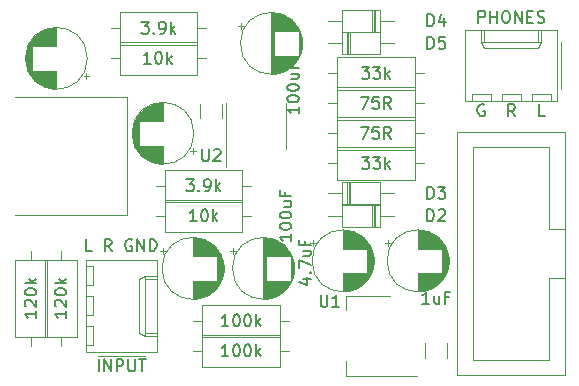
<source format=gbr>
%TF.GenerationSoftware,KiCad,Pcbnew,(6.0.5)*%
%TF.CreationDate,2022-05-28T19:41:01-04:00*%
%TF.ProjectId,headphone_amp,68656164-7068-46f6-9e65-5f616d702e6b,rev?*%
%TF.SameCoordinates,Original*%
%TF.FileFunction,Legend,Top*%
%TF.FilePolarity,Positive*%
%FSLAX46Y46*%
G04 Gerber Fmt 4.6, Leading zero omitted, Abs format (unit mm)*
G04 Created by KiCad (PCBNEW (6.0.5)) date 2022-05-28 19:41:01*
%MOMM*%
%LPD*%
G01*
G04 APERTURE LIST*
%ADD10C,0.150000*%
%ADD11C,0.120000*%
G04 APERTURE END LIST*
D10*
X130238809Y-103957380D02*
X129762619Y-103957380D01*
X129762619Y-102957380D01*
X131905476Y-103957380D02*
X131572142Y-103481190D01*
X131334047Y-103957380D02*
X131334047Y-102957380D01*
X131715000Y-102957380D01*
X131810238Y-103005000D01*
X131857857Y-103052619D01*
X131905476Y-103147857D01*
X131905476Y-103290714D01*
X131857857Y-103385952D01*
X131810238Y-103433571D01*
X131715000Y-103481190D01*
X131334047Y-103481190D01*
X133619761Y-103005000D02*
X133524523Y-102957380D01*
X133381666Y-102957380D01*
X133238809Y-103005000D01*
X133143571Y-103100238D01*
X133095952Y-103195476D01*
X133048333Y-103385952D01*
X133048333Y-103528809D01*
X133095952Y-103719285D01*
X133143571Y-103814523D01*
X133238809Y-103909761D01*
X133381666Y-103957380D01*
X133476904Y-103957380D01*
X133619761Y-103909761D01*
X133667380Y-103862142D01*
X133667380Y-103528809D01*
X133476904Y-103528809D01*
X134095952Y-103957380D02*
X134095952Y-102957380D01*
X134667380Y-103957380D01*
X134667380Y-102957380D01*
X135143571Y-103957380D02*
X135143571Y-102957380D01*
X135381666Y-102957380D01*
X135524523Y-103005000D01*
X135619761Y-103100238D01*
X135667380Y-103195476D01*
X135715000Y-103385952D01*
X135715000Y-103528809D01*
X135667380Y-103719285D01*
X135619761Y-103814523D01*
X135524523Y-103909761D01*
X135381666Y-103957380D01*
X135143571Y-103957380D01*
X163456904Y-91575000D02*
X163361666Y-91527380D01*
X163218809Y-91527380D01*
X163075952Y-91575000D01*
X162980714Y-91670238D01*
X162933095Y-91765476D01*
X162885476Y-91955952D01*
X162885476Y-92098809D01*
X162933095Y-92289285D01*
X162980714Y-92384523D01*
X163075952Y-92479761D01*
X163218809Y-92527380D01*
X163314047Y-92527380D01*
X163456904Y-92479761D01*
X163504523Y-92432142D01*
X163504523Y-92098809D01*
X163314047Y-92098809D01*
X166044523Y-92527380D02*
X165711190Y-92051190D01*
X165473095Y-92527380D02*
X165473095Y-91527380D01*
X165854047Y-91527380D01*
X165949285Y-91575000D01*
X165996904Y-91622619D01*
X166044523Y-91717857D01*
X166044523Y-91860714D01*
X165996904Y-91955952D01*
X165949285Y-92003571D01*
X165854047Y-92051190D01*
X165473095Y-92051190D01*
X168584523Y-92527380D02*
X168108333Y-92527380D01*
X168108333Y-91527380D01*
%TO.C,C3*%
X148121714Y-106306761D02*
X148788380Y-106306761D01*
X147740761Y-106544857D02*
X148455047Y-106782952D01*
X148455047Y-106163904D01*
X148693142Y-105782952D02*
X148740761Y-105735333D01*
X148788380Y-105782952D01*
X148740761Y-105830571D01*
X148693142Y-105782952D01*
X148788380Y-105782952D01*
X147788380Y-105402000D02*
X147788380Y-104735333D01*
X148788380Y-105163904D01*
X148121714Y-103925809D02*
X148788380Y-103925809D01*
X148121714Y-104354380D02*
X148645523Y-104354380D01*
X148740761Y-104306761D01*
X148788380Y-104211523D01*
X148788380Y-104068666D01*
X148740761Y-103973428D01*
X148693142Y-103925809D01*
X148264571Y-103116285D02*
X148264571Y-103449619D01*
X148788380Y-103449619D02*
X147788380Y-103449619D01*
X147788380Y-102973428D01*
%TO.C,C1*%
X158789761Y-108402380D02*
X158218333Y-108402380D01*
X158504047Y-108402380D02*
X158504047Y-107402380D01*
X158408809Y-107545238D01*
X158313571Y-107640476D01*
X158218333Y-107688095D01*
X159646904Y-107735714D02*
X159646904Y-108402380D01*
X159218333Y-107735714D02*
X159218333Y-108259523D01*
X159265952Y-108354761D01*
X159361190Y-108402380D01*
X159504047Y-108402380D01*
X159599285Y-108354761D01*
X159646904Y-108307142D01*
X160456428Y-107878571D02*
X160123095Y-107878571D01*
X160123095Y-108402380D02*
X160123095Y-107402380D01*
X160599285Y-107402380D01*
%TO.C,R1*%
X141803571Y-110307380D02*
X141232142Y-110307380D01*
X141517857Y-110307380D02*
X141517857Y-109307380D01*
X141422619Y-109450238D01*
X141327380Y-109545476D01*
X141232142Y-109593095D01*
X142422619Y-109307380D02*
X142517857Y-109307380D01*
X142613095Y-109355000D01*
X142660714Y-109402619D01*
X142708333Y-109497857D01*
X142755952Y-109688333D01*
X142755952Y-109926428D01*
X142708333Y-110116904D01*
X142660714Y-110212142D01*
X142613095Y-110259761D01*
X142517857Y-110307380D01*
X142422619Y-110307380D01*
X142327380Y-110259761D01*
X142279761Y-110212142D01*
X142232142Y-110116904D01*
X142184523Y-109926428D01*
X142184523Y-109688333D01*
X142232142Y-109497857D01*
X142279761Y-109402619D01*
X142327380Y-109355000D01*
X142422619Y-109307380D01*
X143375000Y-109307380D02*
X143470238Y-109307380D01*
X143565476Y-109355000D01*
X143613095Y-109402619D01*
X143660714Y-109497857D01*
X143708333Y-109688333D01*
X143708333Y-109926428D01*
X143660714Y-110116904D01*
X143613095Y-110212142D01*
X143565476Y-110259761D01*
X143470238Y-110307380D01*
X143375000Y-110307380D01*
X143279761Y-110259761D01*
X143232142Y-110212142D01*
X143184523Y-110116904D01*
X143136904Y-109926428D01*
X143136904Y-109688333D01*
X143184523Y-109497857D01*
X143232142Y-109402619D01*
X143279761Y-109355000D01*
X143375000Y-109307380D01*
X144136904Y-110307380D02*
X144136904Y-109307380D01*
X144232142Y-109926428D02*
X144517857Y-110307380D01*
X144517857Y-109640714D02*
X144136904Y-110021666D01*
%TO.C,U1*%
X149606095Y-107656380D02*
X149606095Y-108465904D01*
X149653714Y-108561142D01*
X149701333Y-108608761D01*
X149796571Y-108656380D01*
X149987047Y-108656380D01*
X150082285Y-108608761D01*
X150129904Y-108561142D01*
X150177523Y-108465904D01*
X150177523Y-107656380D01*
X151177523Y-108656380D02*
X150606095Y-108656380D01*
X150891809Y-108656380D02*
X150891809Y-107656380D01*
X150796571Y-107799238D01*
X150701333Y-107894476D01*
X150606095Y-107942095D01*
%TO.C,R12*%
X125547380Y-109021428D02*
X125547380Y-109592857D01*
X125547380Y-109307142D02*
X124547380Y-109307142D01*
X124690238Y-109402380D01*
X124785476Y-109497619D01*
X124833095Y-109592857D01*
X124642619Y-108640476D02*
X124595000Y-108592857D01*
X124547380Y-108497619D01*
X124547380Y-108259523D01*
X124595000Y-108164285D01*
X124642619Y-108116666D01*
X124737857Y-108069047D01*
X124833095Y-108069047D01*
X124975952Y-108116666D01*
X125547380Y-108688095D01*
X125547380Y-108069047D01*
X124547380Y-107450000D02*
X124547380Y-107354761D01*
X124595000Y-107259523D01*
X124642619Y-107211904D01*
X124737857Y-107164285D01*
X124928333Y-107116666D01*
X125166428Y-107116666D01*
X125356904Y-107164285D01*
X125452142Y-107211904D01*
X125499761Y-107259523D01*
X125547380Y-107354761D01*
X125547380Y-107450000D01*
X125499761Y-107545238D01*
X125452142Y-107592857D01*
X125356904Y-107640476D01*
X125166428Y-107688095D01*
X124928333Y-107688095D01*
X124737857Y-107640476D01*
X124642619Y-107592857D01*
X124595000Y-107545238D01*
X124547380Y-107450000D01*
X125547380Y-106688095D02*
X124547380Y-106688095D01*
X125166428Y-106592857D02*
X125547380Y-106307142D01*
X124880714Y-106307142D02*
X125261666Y-106688095D01*
%TO.C,R11*%
X128087380Y-109021428D02*
X128087380Y-109592857D01*
X128087380Y-109307142D02*
X127087380Y-109307142D01*
X127230238Y-109402380D01*
X127325476Y-109497619D01*
X127373095Y-109592857D01*
X127182619Y-108640476D02*
X127135000Y-108592857D01*
X127087380Y-108497619D01*
X127087380Y-108259523D01*
X127135000Y-108164285D01*
X127182619Y-108116666D01*
X127277857Y-108069047D01*
X127373095Y-108069047D01*
X127515952Y-108116666D01*
X128087380Y-108688095D01*
X128087380Y-108069047D01*
X127087380Y-107450000D02*
X127087380Y-107354761D01*
X127135000Y-107259523D01*
X127182619Y-107211904D01*
X127277857Y-107164285D01*
X127468333Y-107116666D01*
X127706428Y-107116666D01*
X127896904Y-107164285D01*
X127992142Y-107211904D01*
X128039761Y-107259523D01*
X128087380Y-107354761D01*
X128087380Y-107450000D01*
X128039761Y-107545238D01*
X127992142Y-107592857D01*
X127896904Y-107640476D01*
X127706428Y-107688095D01*
X127468333Y-107688095D01*
X127277857Y-107640476D01*
X127182619Y-107592857D01*
X127135000Y-107545238D01*
X127087380Y-107450000D01*
X128087380Y-106688095D02*
X127087380Y-106688095D01*
X127706428Y-106592857D02*
X128087380Y-106307142D01*
X127420714Y-106307142D02*
X127801666Y-106688095D01*
%TO.C,R7*%
X153090714Y-95972380D02*
X153709761Y-95972380D01*
X153376428Y-96353333D01*
X153519285Y-96353333D01*
X153614523Y-96400952D01*
X153662142Y-96448571D01*
X153709761Y-96543809D01*
X153709761Y-96781904D01*
X153662142Y-96877142D01*
X153614523Y-96924761D01*
X153519285Y-96972380D01*
X153233571Y-96972380D01*
X153138333Y-96924761D01*
X153090714Y-96877142D01*
X154043095Y-95972380D02*
X154662142Y-95972380D01*
X154328809Y-96353333D01*
X154471666Y-96353333D01*
X154566904Y-96400952D01*
X154614523Y-96448571D01*
X154662142Y-96543809D01*
X154662142Y-96781904D01*
X154614523Y-96877142D01*
X154566904Y-96924761D01*
X154471666Y-96972380D01*
X154185952Y-96972380D01*
X154090714Y-96924761D01*
X154043095Y-96877142D01*
X155090714Y-96972380D02*
X155090714Y-95972380D01*
X155185952Y-96591428D02*
X155471666Y-96972380D01*
X155471666Y-96305714D02*
X155090714Y-96686666D01*
%TO.C,D5*%
X158641904Y-86812380D02*
X158641904Y-85812380D01*
X158880000Y-85812380D01*
X159022857Y-85860000D01*
X159118095Y-85955238D01*
X159165714Y-86050476D01*
X159213333Y-86240952D01*
X159213333Y-86383809D01*
X159165714Y-86574285D01*
X159118095Y-86669523D01*
X159022857Y-86764761D01*
X158880000Y-86812380D01*
X158641904Y-86812380D01*
X160118095Y-85812380D02*
X159641904Y-85812380D01*
X159594285Y-86288571D01*
X159641904Y-86240952D01*
X159737142Y-86193333D01*
X159975238Y-86193333D01*
X160070476Y-86240952D01*
X160118095Y-86288571D01*
X160165714Y-86383809D01*
X160165714Y-86621904D01*
X160118095Y-86717142D01*
X160070476Y-86764761D01*
X159975238Y-86812380D01*
X159737142Y-86812380D01*
X159641904Y-86764761D01*
X159594285Y-86717142D01*
%TO.C,R3*%
X138247619Y-97877380D02*
X138866666Y-97877380D01*
X138533333Y-98258333D01*
X138676190Y-98258333D01*
X138771428Y-98305952D01*
X138819047Y-98353571D01*
X138866666Y-98448809D01*
X138866666Y-98686904D01*
X138819047Y-98782142D01*
X138771428Y-98829761D01*
X138676190Y-98877380D01*
X138390476Y-98877380D01*
X138295238Y-98829761D01*
X138247619Y-98782142D01*
X139295238Y-98782142D02*
X139342857Y-98829761D01*
X139295238Y-98877380D01*
X139247619Y-98829761D01*
X139295238Y-98782142D01*
X139295238Y-98877380D01*
X139819047Y-98877380D02*
X140009523Y-98877380D01*
X140104761Y-98829761D01*
X140152380Y-98782142D01*
X140247619Y-98639285D01*
X140295238Y-98448809D01*
X140295238Y-98067857D01*
X140247619Y-97972619D01*
X140200000Y-97925000D01*
X140104761Y-97877380D01*
X139914285Y-97877380D01*
X139819047Y-97925000D01*
X139771428Y-97972619D01*
X139723809Y-98067857D01*
X139723809Y-98305952D01*
X139771428Y-98401190D01*
X139819047Y-98448809D01*
X139914285Y-98496428D01*
X140104761Y-98496428D01*
X140200000Y-98448809D01*
X140247619Y-98401190D01*
X140295238Y-98305952D01*
X140723809Y-98877380D02*
X140723809Y-97877380D01*
X140819047Y-98496428D02*
X141104761Y-98877380D01*
X141104761Y-98210714D02*
X140723809Y-98591666D01*
%TO.C,C9*%
X147772380Y-91717619D02*
X147772380Y-92289047D01*
X147772380Y-92003333D02*
X146772380Y-92003333D01*
X146915238Y-92098571D01*
X147010476Y-92193809D01*
X147058095Y-92289047D01*
X146772380Y-91098571D02*
X146772380Y-91003333D01*
X146820000Y-90908095D01*
X146867619Y-90860476D01*
X146962857Y-90812857D01*
X147153333Y-90765238D01*
X147391428Y-90765238D01*
X147581904Y-90812857D01*
X147677142Y-90860476D01*
X147724761Y-90908095D01*
X147772380Y-91003333D01*
X147772380Y-91098571D01*
X147724761Y-91193809D01*
X147677142Y-91241428D01*
X147581904Y-91289047D01*
X147391428Y-91336666D01*
X147153333Y-91336666D01*
X146962857Y-91289047D01*
X146867619Y-91241428D01*
X146820000Y-91193809D01*
X146772380Y-91098571D01*
X146772380Y-90146190D02*
X146772380Y-90050952D01*
X146820000Y-89955714D01*
X146867619Y-89908095D01*
X146962857Y-89860476D01*
X147153333Y-89812857D01*
X147391428Y-89812857D01*
X147581904Y-89860476D01*
X147677142Y-89908095D01*
X147724761Y-89955714D01*
X147772380Y-90050952D01*
X147772380Y-90146190D01*
X147724761Y-90241428D01*
X147677142Y-90289047D01*
X147581904Y-90336666D01*
X147391428Y-90384285D01*
X147153333Y-90384285D01*
X146962857Y-90336666D01*
X146867619Y-90289047D01*
X146820000Y-90241428D01*
X146772380Y-90146190D01*
X147105714Y-88955714D02*
X147772380Y-88955714D01*
X147105714Y-89384285D02*
X147629523Y-89384285D01*
X147724761Y-89336666D01*
X147772380Y-89241428D01*
X147772380Y-89098571D01*
X147724761Y-89003333D01*
X147677142Y-88955714D01*
X147248571Y-88146190D02*
X147248571Y-88479523D01*
X147772380Y-88479523D02*
X146772380Y-88479523D01*
X146772380Y-88003333D01*
%TO.C,R2*%
X141803571Y-112847380D02*
X141232142Y-112847380D01*
X141517857Y-112847380D02*
X141517857Y-111847380D01*
X141422619Y-111990238D01*
X141327380Y-112085476D01*
X141232142Y-112133095D01*
X142422619Y-111847380D02*
X142517857Y-111847380D01*
X142613095Y-111895000D01*
X142660714Y-111942619D01*
X142708333Y-112037857D01*
X142755952Y-112228333D01*
X142755952Y-112466428D01*
X142708333Y-112656904D01*
X142660714Y-112752142D01*
X142613095Y-112799761D01*
X142517857Y-112847380D01*
X142422619Y-112847380D01*
X142327380Y-112799761D01*
X142279761Y-112752142D01*
X142232142Y-112656904D01*
X142184523Y-112466428D01*
X142184523Y-112228333D01*
X142232142Y-112037857D01*
X142279761Y-111942619D01*
X142327380Y-111895000D01*
X142422619Y-111847380D01*
X143375000Y-111847380D02*
X143470238Y-111847380D01*
X143565476Y-111895000D01*
X143613095Y-111942619D01*
X143660714Y-112037857D01*
X143708333Y-112228333D01*
X143708333Y-112466428D01*
X143660714Y-112656904D01*
X143613095Y-112752142D01*
X143565476Y-112799761D01*
X143470238Y-112847380D01*
X143375000Y-112847380D01*
X143279761Y-112799761D01*
X143232142Y-112752142D01*
X143184523Y-112656904D01*
X143136904Y-112466428D01*
X143136904Y-112228333D01*
X143184523Y-112037857D01*
X143232142Y-111942619D01*
X143279761Y-111895000D01*
X143375000Y-111847380D01*
X144136904Y-112847380D02*
X144136904Y-111847380D01*
X144232142Y-112466428D02*
X144517857Y-112847380D01*
X144517857Y-112180714D02*
X144136904Y-112561666D01*
%TO.C,U2*%
X139573095Y-95337380D02*
X139573095Y-96146904D01*
X139620714Y-96242142D01*
X139668333Y-96289761D01*
X139763571Y-96337380D01*
X139954047Y-96337380D01*
X140049285Y-96289761D01*
X140096904Y-96242142D01*
X140144523Y-96146904D01*
X140144523Y-95337380D01*
X140573095Y-95432619D02*
X140620714Y-95385000D01*
X140715952Y-95337380D01*
X140954047Y-95337380D01*
X141049285Y-95385000D01*
X141096904Y-95432619D01*
X141144523Y-95527857D01*
X141144523Y-95623095D01*
X141096904Y-95765952D01*
X140525476Y-96337380D01*
X141144523Y-96337380D01*
%TO.C,D2*%
X158636904Y-101417380D02*
X158636904Y-100417380D01*
X158875000Y-100417380D01*
X159017857Y-100465000D01*
X159113095Y-100560238D01*
X159160714Y-100655476D01*
X159208333Y-100845952D01*
X159208333Y-100988809D01*
X159160714Y-101179285D01*
X159113095Y-101274523D01*
X159017857Y-101369761D01*
X158875000Y-101417380D01*
X158636904Y-101417380D01*
X159589285Y-100512619D02*
X159636904Y-100465000D01*
X159732142Y-100417380D01*
X159970238Y-100417380D01*
X160065476Y-100465000D01*
X160113095Y-100512619D01*
X160160714Y-100607857D01*
X160160714Y-100703095D01*
X160113095Y-100845952D01*
X159541666Y-101417380D01*
X160160714Y-101417380D01*
%TO.C,R9*%
X152995476Y-93432380D02*
X153662142Y-93432380D01*
X153233571Y-94432380D01*
X154519285Y-93432380D02*
X154043095Y-93432380D01*
X153995476Y-93908571D01*
X154043095Y-93860952D01*
X154138333Y-93813333D01*
X154376428Y-93813333D01*
X154471666Y-93860952D01*
X154519285Y-93908571D01*
X154566904Y-94003809D01*
X154566904Y-94241904D01*
X154519285Y-94337142D01*
X154471666Y-94384761D01*
X154376428Y-94432380D01*
X154138333Y-94432380D01*
X154043095Y-94384761D01*
X153995476Y-94337142D01*
X155566904Y-94432380D02*
X155233571Y-93956190D01*
X154995476Y-94432380D02*
X154995476Y-93432380D01*
X155376428Y-93432380D01*
X155471666Y-93480000D01*
X155519285Y-93527619D01*
X155566904Y-93622857D01*
X155566904Y-93765714D01*
X155519285Y-93860952D01*
X155471666Y-93908571D01*
X155376428Y-93956190D01*
X154995476Y-93956190D01*
%TO.C,R10*%
X152995476Y-90892380D02*
X153662142Y-90892380D01*
X153233571Y-91892380D01*
X154519285Y-90892380D02*
X154043095Y-90892380D01*
X153995476Y-91368571D01*
X154043095Y-91320952D01*
X154138333Y-91273333D01*
X154376428Y-91273333D01*
X154471666Y-91320952D01*
X154519285Y-91368571D01*
X154566904Y-91463809D01*
X154566904Y-91701904D01*
X154519285Y-91797142D01*
X154471666Y-91844761D01*
X154376428Y-91892380D01*
X154138333Y-91892380D01*
X154043095Y-91844761D01*
X153995476Y-91797142D01*
X155566904Y-91892380D02*
X155233571Y-91416190D01*
X154995476Y-91892380D02*
X154995476Y-90892380D01*
X155376428Y-90892380D01*
X155471666Y-90940000D01*
X155519285Y-90987619D01*
X155566904Y-91082857D01*
X155566904Y-91225714D01*
X155519285Y-91320952D01*
X155471666Y-91368571D01*
X155376428Y-91416190D01*
X154995476Y-91416190D01*
%TO.C,C8*%
X147137380Y-102512619D02*
X147137380Y-103084047D01*
X147137380Y-102798333D02*
X146137380Y-102798333D01*
X146280238Y-102893571D01*
X146375476Y-102988809D01*
X146423095Y-103084047D01*
X146137380Y-101893571D02*
X146137380Y-101798333D01*
X146185000Y-101703095D01*
X146232619Y-101655476D01*
X146327857Y-101607857D01*
X146518333Y-101560238D01*
X146756428Y-101560238D01*
X146946904Y-101607857D01*
X147042142Y-101655476D01*
X147089761Y-101703095D01*
X147137380Y-101798333D01*
X147137380Y-101893571D01*
X147089761Y-101988809D01*
X147042142Y-102036428D01*
X146946904Y-102084047D01*
X146756428Y-102131666D01*
X146518333Y-102131666D01*
X146327857Y-102084047D01*
X146232619Y-102036428D01*
X146185000Y-101988809D01*
X146137380Y-101893571D01*
X146137380Y-100941190D02*
X146137380Y-100845952D01*
X146185000Y-100750714D01*
X146232619Y-100703095D01*
X146327857Y-100655476D01*
X146518333Y-100607857D01*
X146756428Y-100607857D01*
X146946904Y-100655476D01*
X147042142Y-100703095D01*
X147089761Y-100750714D01*
X147137380Y-100845952D01*
X147137380Y-100941190D01*
X147089761Y-101036428D01*
X147042142Y-101084047D01*
X146946904Y-101131666D01*
X146756428Y-101179285D01*
X146518333Y-101179285D01*
X146327857Y-101131666D01*
X146232619Y-101084047D01*
X146185000Y-101036428D01*
X146137380Y-100941190D01*
X146470714Y-99750714D02*
X147137380Y-99750714D01*
X146470714Y-100179285D02*
X146994523Y-100179285D01*
X147089761Y-100131666D01*
X147137380Y-100036428D01*
X147137380Y-99893571D01*
X147089761Y-99798333D01*
X147042142Y-99750714D01*
X146613571Y-98941190D02*
X146613571Y-99274523D01*
X147137380Y-99274523D02*
X146137380Y-99274523D01*
X146137380Y-98798333D01*
%TO.C,R6*%
X135229873Y-88082380D02*
X134658445Y-88082380D01*
X134944159Y-88082380D02*
X134944159Y-87082380D01*
X134848921Y-87225238D01*
X134753683Y-87320476D01*
X134658445Y-87368095D01*
X135848921Y-87082380D02*
X135944159Y-87082380D01*
X136039397Y-87130000D01*
X136087016Y-87177619D01*
X136134635Y-87272857D01*
X136182254Y-87463333D01*
X136182254Y-87701428D01*
X136134635Y-87891904D01*
X136087016Y-87987142D01*
X136039397Y-88034761D01*
X135944159Y-88082380D01*
X135848921Y-88082380D01*
X135753683Y-88034761D01*
X135706064Y-87987142D01*
X135658445Y-87891904D01*
X135610826Y-87701428D01*
X135610826Y-87463333D01*
X135658445Y-87272857D01*
X135706064Y-87177619D01*
X135753683Y-87130000D01*
X135848921Y-87082380D01*
X136610826Y-88082380D02*
X136610826Y-87082380D01*
X136706064Y-87701428D02*
X136991778Y-88082380D01*
X136991778Y-87415714D02*
X136610826Y-87796666D01*
%TO.C,J3*%
X162973095Y-84617380D02*
X162973095Y-83617380D01*
X163354047Y-83617380D01*
X163449285Y-83665000D01*
X163496904Y-83712619D01*
X163544523Y-83807857D01*
X163544523Y-83950714D01*
X163496904Y-84045952D01*
X163449285Y-84093571D01*
X163354047Y-84141190D01*
X162973095Y-84141190D01*
X163973095Y-84617380D02*
X163973095Y-83617380D01*
X163973095Y-84093571D02*
X164544523Y-84093571D01*
X164544523Y-84617380D02*
X164544523Y-83617380D01*
X165211190Y-83617380D02*
X165401666Y-83617380D01*
X165496904Y-83665000D01*
X165592142Y-83760238D01*
X165639761Y-83950714D01*
X165639761Y-84284047D01*
X165592142Y-84474523D01*
X165496904Y-84569761D01*
X165401666Y-84617380D01*
X165211190Y-84617380D01*
X165115952Y-84569761D01*
X165020714Y-84474523D01*
X164973095Y-84284047D01*
X164973095Y-83950714D01*
X165020714Y-83760238D01*
X165115952Y-83665000D01*
X165211190Y-83617380D01*
X166068333Y-84617380D02*
X166068333Y-83617380D01*
X166639761Y-84617380D01*
X166639761Y-83617380D01*
X167115952Y-84093571D02*
X167449285Y-84093571D01*
X167592142Y-84617380D02*
X167115952Y-84617380D01*
X167115952Y-83617380D01*
X167592142Y-83617380D01*
X167973095Y-84569761D02*
X168115952Y-84617380D01*
X168354047Y-84617380D01*
X168449285Y-84569761D01*
X168496904Y-84522142D01*
X168544523Y-84426904D01*
X168544523Y-84331666D01*
X168496904Y-84236428D01*
X168449285Y-84188809D01*
X168354047Y-84141190D01*
X168163571Y-84093571D01*
X168068333Y-84045952D01*
X168020714Y-83998333D01*
X167973095Y-83903095D01*
X167973095Y-83807857D01*
X168020714Y-83712619D01*
X168068333Y-83665000D01*
X168163571Y-83617380D01*
X168401666Y-83617380D01*
X168544523Y-83665000D01*
%TO.C,D3*%
X158646904Y-99512380D02*
X158646904Y-98512380D01*
X158885000Y-98512380D01*
X159027857Y-98560000D01*
X159123095Y-98655238D01*
X159170714Y-98750476D01*
X159218333Y-98940952D01*
X159218333Y-99083809D01*
X159170714Y-99274285D01*
X159123095Y-99369523D01*
X159027857Y-99464761D01*
X158885000Y-99512380D01*
X158646904Y-99512380D01*
X159551666Y-98512380D02*
X160170714Y-98512380D01*
X159837380Y-98893333D01*
X159980238Y-98893333D01*
X160075476Y-98940952D01*
X160123095Y-98988571D01*
X160170714Y-99083809D01*
X160170714Y-99321904D01*
X160123095Y-99417142D01*
X160075476Y-99464761D01*
X159980238Y-99512380D01*
X159694523Y-99512380D01*
X159599285Y-99464761D01*
X159551666Y-99417142D01*
%TO.C,D4*%
X158646904Y-84907380D02*
X158646904Y-83907380D01*
X158885000Y-83907380D01*
X159027857Y-83955000D01*
X159123095Y-84050238D01*
X159170714Y-84145476D01*
X159218333Y-84335952D01*
X159218333Y-84478809D01*
X159170714Y-84669285D01*
X159123095Y-84764523D01*
X159027857Y-84859761D01*
X158885000Y-84907380D01*
X158646904Y-84907380D01*
X160075476Y-84240714D02*
X160075476Y-84907380D01*
X159837380Y-83859761D02*
X159599285Y-84574047D01*
X160218333Y-84574047D01*
%TO.C,R5*%
X139104761Y-101417380D02*
X138533333Y-101417380D01*
X138819047Y-101417380D02*
X138819047Y-100417380D01*
X138723809Y-100560238D01*
X138628571Y-100655476D01*
X138533333Y-100703095D01*
X139723809Y-100417380D02*
X139819047Y-100417380D01*
X139914285Y-100465000D01*
X139961904Y-100512619D01*
X140009523Y-100607857D01*
X140057142Y-100798333D01*
X140057142Y-101036428D01*
X140009523Y-101226904D01*
X139961904Y-101322142D01*
X139914285Y-101369761D01*
X139819047Y-101417380D01*
X139723809Y-101417380D01*
X139628571Y-101369761D01*
X139580952Y-101322142D01*
X139533333Y-101226904D01*
X139485714Y-101036428D01*
X139485714Y-100798333D01*
X139533333Y-100607857D01*
X139580952Y-100512619D01*
X139628571Y-100465000D01*
X139723809Y-100417380D01*
X140485714Y-101417380D02*
X140485714Y-100417380D01*
X140580952Y-101036428D02*
X140866666Y-101417380D01*
X140866666Y-100750714D02*
X140485714Y-101131666D01*
%TO.C,R4*%
X134437619Y-84542380D02*
X135056666Y-84542380D01*
X134723333Y-84923333D01*
X134866190Y-84923333D01*
X134961428Y-84970952D01*
X135009047Y-85018571D01*
X135056666Y-85113809D01*
X135056666Y-85351904D01*
X135009047Y-85447142D01*
X134961428Y-85494761D01*
X134866190Y-85542380D01*
X134580476Y-85542380D01*
X134485238Y-85494761D01*
X134437619Y-85447142D01*
X135485238Y-85447142D02*
X135532857Y-85494761D01*
X135485238Y-85542380D01*
X135437619Y-85494761D01*
X135485238Y-85447142D01*
X135485238Y-85542380D01*
X136009047Y-85542380D02*
X136199523Y-85542380D01*
X136294761Y-85494761D01*
X136342380Y-85447142D01*
X136437619Y-85304285D01*
X136485238Y-85113809D01*
X136485238Y-84732857D01*
X136437619Y-84637619D01*
X136390000Y-84590000D01*
X136294761Y-84542380D01*
X136104285Y-84542380D01*
X136009047Y-84590000D01*
X135961428Y-84637619D01*
X135913809Y-84732857D01*
X135913809Y-84970952D01*
X135961428Y-85066190D01*
X136009047Y-85113809D01*
X136104285Y-85161428D01*
X136294761Y-85161428D01*
X136390000Y-85113809D01*
X136437619Y-85066190D01*
X136485238Y-84970952D01*
X136913809Y-85542380D02*
X136913809Y-84542380D01*
X137009047Y-85161428D02*
X137294761Y-85542380D01*
X137294761Y-84875714D02*
X136913809Y-85256666D01*
%TO.C,J2*%
X130806428Y-114117380D02*
X130806428Y-113117380D01*
X131282619Y-114117380D02*
X131282619Y-113117380D01*
X131854047Y-114117380D01*
X131854047Y-113117380D01*
X132330238Y-114117380D02*
X132330238Y-113117380D01*
X132711190Y-113117380D01*
X132806428Y-113165000D01*
X132854047Y-113212619D01*
X132901666Y-113307857D01*
X132901666Y-113450714D01*
X132854047Y-113545952D01*
X132806428Y-113593571D01*
X132711190Y-113641190D01*
X132330238Y-113641190D01*
X133330238Y-113117380D02*
X133330238Y-113926904D01*
X133377857Y-114022142D01*
X133425476Y-114069761D01*
X133520714Y-114117380D01*
X133711190Y-114117380D01*
X133806428Y-114069761D01*
X133854047Y-114022142D01*
X133901666Y-113926904D01*
X133901666Y-113117380D01*
X134235000Y-113117380D02*
X134806428Y-113117380D01*
X134520714Y-114117380D02*
X134520714Y-113117380D01*
%TO.C,R8*%
X153090714Y-88352380D02*
X153709761Y-88352380D01*
X153376428Y-88733333D01*
X153519285Y-88733333D01*
X153614523Y-88780952D01*
X153662142Y-88828571D01*
X153709761Y-88923809D01*
X153709761Y-89161904D01*
X153662142Y-89257142D01*
X153614523Y-89304761D01*
X153519285Y-89352380D01*
X153233571Y-89352380D01*
X153138333Y-89304761D01*
X153090714Y-89257142D01*
X154043095Y-88352380D02*
X154662142Y-88352380D01*
X154328809Y-88733333D01*
X154471666Y-88733333D01*
X154566904Y-88780952D01*
X154614523Y-88828571D01*
X154662142Y-88923809D01*
X154662142Y-89161904D01*
X154614523Y-89257142D01*
X154566904Y-89304761D01*
X154471666Y-89352380D01*
X154185952Y-89352380D01*
X154090714Y-89304761D01*
X154043095Y-89257142D01*
X155090714Y-89352380D02*
X155090714Y-88352380D01*
X155185952Y-88971428D02*
X155471666Y-89352380D01*
X155471666Y-88685714D02*
X155090714Y-89066666D01*
D11*
%TO.C,C6*%
X134254000Y-92940000D02*
X134254000Y-92327000D01*
X134934000Y-92940000D02*
X134934000Y-91756000D01*
X136055000Y-92940000D02*
X136055000Y-91407000D01*
X135014000Y-96248000D02*
X135014000Y-95020000D01*
X135134000Y-96309000D02*
X135134000Y-95020000D01*
X135094000Y-96290000D02*
X135094000Y-95020000D01*
X134574000Y-95951000D02*
X134574000Y-95020000D01*
X134294000Y-92940000D02*
X134294000Y-92281000D01*
X134614000Y-92940000D02*
X134614000Y-91976000D01*
X136095000Y-96556000D02*
X136095000Y-95020000D01*
X134694000Y-96045000D02*
X134694000Y-95020000D01*
X136215000Y-92940000D02*
X136215000Y-91400000D01*
X135534000Y-92940000D02*
X135534000Y-91500000D01*
X135374000Y-96408000D02*
X135374000Y-95020000D01*
X135334000Y-96394000D02*
X135334000Y-95020000D01*
X134494000Y-95881000D02*
X134494000Y-95020000D01*
X135655000Y-96491000D02*
X135655000Y-95020000D01*
X136015000Y-92940000D02*
X136015000Y-91411000D01*
X135414000Y-92940000D02*
X135414000Y-91538000D01*
X135695000Y-92940000D02*
X135695000Y-91460000D01*
X134974000Y-92940000D02*
X134974000Y-91733000D01*
X134854000Y-92940000D02*
X134854000Y-91805000D01*
X136135000Y-92940000D02*
X136135000Y-91402000D01*
X135735000Y-96508000D02*
X135735000Y-95020000D01*
X134814000Y-96129000D02*
X134814000Y-95020000D01*
X134414000Y-95806000D02*
X134414000Y-95020000D01*
X134254000Y-95633000D02*
X134254000Y-95020000D01*
X135214000Y-92940000D02*
X135214000Y-91615000D01*
X136255000Y-96560000D02*
X136255000Y-95020000D01*
X135935000Y-96541000D02*
X135935000Y-95020000D01*
X135214000Y-96345000D02*
X135214000Y-95020000D01*
X135775000Y-96516000D02*
X135775000Y-95020000D01*
X133774000Y-94785000D02*
X133774000Y-93175000D01*
X133974000Y-95231000D02*
X133974000Y-92729000D01*
X134134000Y-95480000D02*
X134134000Y-92480000D01*
X135895000Y-92940000D02*
X135895000Y-91424000D01*
X135174000Y-92940000D02*
X135174000Y-91632000D01*
X133734000Y-94657000D02*
X133734000Y-93303000D01*
X134694000Y-92940000D02*
X134694000Y-91915000D01*
X134734000Y-92940000D02*
X134734000Y-91885000D01*
X135494000Y-96448000D02*
X135494000Y-95020000D01*
X135254000Y-92940000D02*
X135254000Y-91598000D01*
X135374000Y-92940000D02*
X135374000Y-91552000D01*
X135174000Y-96328000D02*
X135174000Y-95020000D01*
X135014000Y-92940000D02*
X135014000Y-91712000D01*
X134374000Y-95765000D02*
X134374000Y-95020000D01*
X134734000Y-96075000D02*
X134734000Y-95020000D01*
X135935000Y-92940000D02*
X135935000Y-91419000D01*
X135334000Y-92940000D02*
X135334000Y-91566000D01*
X135294000Y-92940000D02*
X135294000Y-91582000D01*
X136095000Y-92940000D02*
X136095000Y-91404000D01*
X135254000Y-96362000D02*
X135254000Y-95020000D01*
X135575000Y-96471000D02*
X135575000Y-95020000D01*
X133854000Y-94991000D02*
X133854000Y-92969000D01*
X134174000Y-95534000D02*
X134174000Y-92426000D01*
X133814000Y-94895000D02*
X133814000Y-93065000D01*
X139059775Y-95455000D02*
X138559775Y-95455000D01*
X136255000Y-92940000D02*
X136255000Y-91400000D01*
X135454000Y-96435000D02*
X135454000Y-95020000D01*
X134774000Y-96102000D02*
X134774000Y-95020000D01*
X135054000Y-92940000D02*
X135054000Y-91690000D01*
X134894000Y-96180000D02*
X134894000Y-95020000D01*
X134454000Y-95844000D02*
X134454000Y-95020000D01*
X134334000Y-92940000D02*
X134334000Y-92237000D01*
X133894000Y-95078000D02*
X133894000Y-92882000D01*
X136135000Y-96558000D02*
X136135000Y-95020000D01*
X135975000Y-96545000D02*
X135975000Y-95020000D01*
X136175000Y-96559000D02*
X136175000Y-95020000D01*
X136055000Y-96553000D02*
X136055000Y-95020000D01*
X134454000Y-92940000D02*
X134454000Y-92116000D01*
X135134000Y-92940000D02*
X135134000Y-91651000D01*
X133694000Y-94498000D02*
X133694000Y-93462000D01*
X133654000Y-94264000D02*
X133654000Y-93696000D01*
X135655000Y-92940000D02*
X135655000Y-91469000D01*
X134534000Y-92940000D02*
X134534000Y-92043000D01*
X135094000Y-92940000D02*
X135094000Y-91670000D01*
X135855000Y-92940000D02*
X135855000Y-91430000D01*
X134014000Y-95299000D02*
X134014000Y-92661000D01*
X134054000Y-95363000D02*
X134054000Y-92597000D01*
X135294000Y-96378000D02*
X135294000Y-95020000D01*
X134974000Y-96227000D02*
X134974000Y-95020000D01*
X133934000Y-95158000D02*
X133934000Y-92802000D01*
X134894000Y-92940000D02*
X134894000Y-91780000D01*
X134334000Y-95723000D02*
X134334000Y-95020000D01*
X134654000Y-96015000D02*
X134654000Y-95020000D01*
X134214000Y-95585000D02*
X134214000Y-92375000D01*
X134774000Y-92940000D02*
X134774000Y-91858000D01*
X135494000Y-92940000D02*
X135494000Y-91512000D01*
X135735000Y-92940000D02*
X135735000Y-91452000D01*
X135414000Y-96422000D02*
X135414000Y-95020000D01*
X135895000Y-96536000D02*
X135895000Y-95020000D01*
X135815000Y-92940000D02*
X135815000Y-91437000D01*
X134094000Y-95423000D02*
X134094000Y-92537000D01*
X134414000Y-92940000D02*
X134414000Y-92154000D01*
X135454000Y-92940000D02*
X135454000Y-91525000D01*
X135975000Y-92940000D02*
X135975000Y-91415000D01*
X136175000Y-92940000D02*
X136175000Y-91401000D01*
X135575000Y-92940000D02*
X135575000Y-91489000D01*
X134374000Y-92940000D02*
X134374000Y-92195000D01*
X135534000Y-96460000D02*
X135534000Y-95020000D01*
X134614000Y-95984000D02*
X134614000Y-95020000D01*
X134814000Y-92940000D02*
X134814000Y-91831000D01*
X134854000Y-96155000D02*
X134854000Y-95020000D01*
X135054000Y-96270000D02*
X135054000Y-95020000D01*
X136015000Y-96549000D02*
X136015000Y-95020000D01*
X134534000Y-95917000D02*
X134534000Y-95020000D01*
X135815000Y-96523000D02*
X135815000Y-95020000D01*
X135615000Y-92940000D02*
X135615000Y-91479000D01*
X134934000Y-96204000D02*
X134934000Y-95020000D01*
X138809775Y-95705000D02*
X138809775Y-95205000D01*
X135855000Y-96530000D02*
X135855000Y-95020000D01*
X134574000Y-92940000D02*
X134574000Y-92009000D01*
X135775000Y-92940000D02*
X135775000Y-91444000D01*
X135695000Y-96500000D02*
X135695000Y-95020000D01*
X134654000Y-92940000D02*
X134654000Y-91945000D01*
X134494000Y-92940000D02*
X134494000Y-92079000D01*
X136215000Y-96560000D02*
X136215000Y-95020000D01*
X135615000Y-96481000D02*
X135615000Y-95020000D01*
X134294000Y-95679000D02*
X134294000Y-95020000D01*
X138875000Y-93980000D02*
G75*
G03*
X138875000Y-93980000I-2620000J0D01*
G01*
%TO.C,C7*%
X125229000Y-86590000D02*
X125229000Y-85977000D01*
X125909000Y-86590000D02*
X125909000Y-85406000D01*
X127030000Y-86590000D02*
X127030000Y-85057000D01*
X125989000Y-89898000D02*
X125989000Y-88670000D01*
X126109000Y-89959000D02*
X126109000Y-88670000D01*
X126069000Y-89940000D02*
X126069000Y-88670000D01*
X125549000Y-89601000D02*
X125549000Y-88670000D01*
X125269000Y-86590000D02*
X125269000Y-85931000D01*
X125589000Y-86590000D02*
X125589000Y-85626000D01*
X127070000Y-90206000D02*
X127070000Y-88670000D01*
X125669000Y-89695000D02*
X125669000Y-88670000D01*
X127190000Y-86590000D02*
X127190000Y-85050000D01*
X126509000Y-86590000D02*
X126509000Y-85150000D01*
X126349000Y-90058000D02*
X126349000Y-88670000D01*
X126309000Y-90044000D02*
X126309000Y-88670000D01*
X125469000Y-89531000D02*
X125469000Y-88670000D01*
X126630000Y-90141000D02*
X126630000Y-88670000D01*
X126990000Y-86590000D02*
X126990000Y-85061000D01*
X126389000Y-86590000D02*
X126389000Y-85188000D01*
X126670000Y-86590000D02*
X126670000Y-85110000D01*
X125949000Y-86590000D02*
X125949000Y-85383000D01*
X125829000Y-86590000D02*
X125829000Y-85455000D01*
X127110000Y-86590000D02*
X127110000Y-85052000D01*
X126710000Y-90158000D02*
X126710000Y-88670000D01*
X125789000Y-89779000D02*
X125789000Y-88670000D01*
X125389000Y-89456000D02*
X125389000Y-88670000D01*
X125229000Y-89283000D02*
X125229000Y-88670000D01*
X126189000Y-86590000D02*
X126189000Y-85265000D01*
X127230000Y-90210000D02*
X127230000Y-88670000D01*
X126910000Y-90191000D02*
X126910000Y-88670000D01*
X126189000Y-89995000D02*
X126189000Y-88670000D01*
X126750000Y-90166000D02*
X126750000Y-88670000D01*
X124749000Y-88435000D02*
X124749000Y-86825000D01*
X124949000Y-88881000D02*
X124949000Y-86379000D01*
X125109000Y-89130000D02*
X125109000Y-86130000D01*
X126870000Y-86590000D02*
X126870000Y-85074000D01*
X126149000Y-86590000D02*
X126149000Y-85282000D01*
X124709000Y-88307000D02*
X124709000Y-86953000D01*
X125669000Y-86590000D02*
X125669000Y-85565000D01*
X125709000Y-86590000D02*
X125709000Y-85535000D01*
X126469000Y-90098000D02*
X126469000Y-88670000D01*
X126229000Y-86590000D02*
X126229000Y-85248000D01*
X126349000Y-86590000D02*
X126349000Y-85202000D01*
X126149000Y-89978000D02*
X126149000Y-88670000D01*
X125989000Y-86590000D02*
X125989000Y-85362000D01*
X125349000Y-89415000D02*
X125349000Y-88670000D01*
X125709000Y-89725000D02*
X125709000Y-88670000D01*
X126910000Y-86590000D02*
X126910000Y-85069000D01*
X126309000Y-86590000D02*
X126309000Y-85216000D01*
X126269000Y-86590000D02*
X126269000Y-85232000D01*
X127070000Y-86590000D02*
X127070000Y-85054000D01*
X126229000Y-90012000D02*
X126229000Y-88670000D01*
X126550000Y-90121000D02*
X126550000Y-88670000D01*
X124829000Y-88641000D02*
X124829000Y-86619000D01*
X125149000Y-89184000D02*
X125149000Y-86076000D01*
X124789000Y-88545000D02*
X124789000Y-86715000D01*
X130034775Y-89105000D02*
X129534775Y-89105000D01*
X127230000Y-86590000D02*
X127230000Y-85050000D01*
X126429000Y-90085000D02*
X126429000Y-88670000D01*
X125749000Y-89752000D02*
X125749000Y-88670000D01*
X126029000Y-86590000D02*
X126029000Y-85340000D01*
X125869000Y-89830000D02*
X125869000Y-88670000D01*
X125429000Y-89494000D02*
X125429000Y-88670000D01*
X125309000Y-86590000D02*
X125309000Y-85887000D01*
X124869000Y-88728000D02*
X124869000Y-86532000D01*
X127110000Y-90208000D02*
X127110000Y-88670000D01*
X126950000Y-90195000D02*
X126950000Y-88670000D01*
X127150000Y-90209000D02*
X127150000Y-88670000D01*
X127030000Y-90203000D02*
X127030000Y-88670000D01*
X125429000Y-86590000D02*
X125429000Y-85766000D01*
X126109000Y-86590000D02*
X126109000Y-85301000D01*
X124669000Y-88148000D02*
X124669000Y-87112000D01*
X124629000Y-87914000D02*
X124629000Y-87346000D01*
X126630000Y-86590000D02*
X126630000Y-85119000D01*
X125509000Y-86590000D02*
X125509000Y-85693000D01*
X126069000Y-86590000D02*
X126069000Y-85320000D01*
X126830000Y-86590000D02*
X126830000Y-85080000D01*
X124989000Y-88949000D02*
X124989000Y-86311000D01*
X125029000Y-89013000D02*
X125029000Y-86247000D01*
X126269000Y-90028000D02*
X126269000Y-88670000D01*
X125949000Y-89877000D02*
X125949000Y-88670000D01*
X124909000Y-88808000D02*
X124909000Y-86452000D01*
X125869000Y-86590000D02*
X125869000Y-85430000D01*
X125309000Y-89373000D02*
X125309000Y-88670000D01*
X125629000Y-89665000D02*
X125629000Y-88670000D01*
X125189000Y-89235000D02*
X125189000Y-86025000D01*
X125749000Y-86590000D02*
X125749000Y-85508000D01*
X126469000Y-86590000D02*
X126469000Y-85162000D01*
X126710000Y-86590000D02*
X126710000Y-85102000D01*
X126389000Y-90072000D02*
X126389000Y-88670000D01*
X126870000Y-90186000D02*
X126870000Y-88670000D01*
X126790000Y-86590000D02*
X126790000Y-85087000D01*
X125069000Y-89073000D02*
X125069000Y-86187000D01*
X125389000Y-86590000D02*
X125389000Y-85804000D01*
X126429000Y-86590000D02*
X126429000Y-85175000D01*
X126950000Y-86590000D02*
X126950000Y-85065000D01*
X127150000Y-86590000D02*
X127150000Y-85051000D01*
X126550000Y-86590000D02*
X126550000Y-85139000D01*
X125349000Y-86590000D02*
X125349000Y-85845000D01*
X126509000Y-90110000D02*
X126509000Y-88670000D01*
X125589000Y-89634000D02*
X125589000Y-88670000D01*
X125789000Y-86590000D02*
X125789000Y-85481000D01*
X125829000Y-89805000D02*
X125829000Y-88670000D01*
X126029000Y-89920000D02*
X126029000Y-88670000D01*
X126990000Y-90199000D02*
X126990000Y-88670000D01*
X125509000Y-89567000D02*
X125509000Y-88670000D01*
X126790000Y-90173000D02*
X126790000Y-88670000D01*
X126590000Y-86590000D02*
X126590000Y-85129000D01*
X125909000Y-89854000D02*
X125909000Y-88670000D01*
X129784775Y-89355000D02*
X129784775Y-88855000D01*
X126830000Y-90180000D02*
X126830000Y-88670000D01*
X125549000Y-86590000D02*
X125549000Y-85659000D01*
X126750000Y-86590000D02*
X126750000Y-85094000D01*
X126670000Y-90150000D02*
X126670000Y-88670000D01*
X125629000Y-86590000D02*
X125629000Y-85595000D01*
X125469000Y-86590000D02*
X125469000Y-85729000D01*
X127190000Y-90210000D02*
X127190000Y-88670000D01*
X126590000Y-90131000D02*
X126590000Y-88670000D01*
X125269000Y-89329000D02*
X125269000Y-88670000D01*
X129850000Y-87630000D02*
G75*
G03*
X129850000Y-87630000I-2620000J0D01*
G01*
%TO.C,C4*%
X140796000Y-106450000D02*
X140796000Y-107063000D01*
X140116000Y-106450000D02*
X140116000Y-107634000D01*
X138995000Y-106450000D02*
X138995000Y-107983000D01*
X140036000Y-103142000D02*
X140036000Y-104370000D01*
X139916000Y-103081000D02*
X139916000Y-104370000D01*
X139956000Y-103100000D02*
X139956000Y-104370000D01*
X140476000Y-103439000D02*
X140476000Y-104370000D01*
X140756000Y-106450000D02*
X140756000Y-107109000D01*
X140436000Y-106450000D02*
X140436000Y-107414000D01*
X138955000Y-102834000D02*
X138955000Y-104370000D01*
X140356000Y-103345000D02*
X140356000Y-104370000D01*
X138835000Y-106450000D02*
X138835000Y-107990000D01*
X139516000Y-106450000D02*
X139516000Y-107890000D01*
X139676000Y-102982000D02*
X139676000Y-104370000D01*
X139716000Y-102996000D02*
X139716000Y-104370000D01*
X140556000Y-103509000D02*
X140556000Y-104370000D01*
X139395000Y-102899000D02*
X139395000Y-104370000D01*
X139035000Y-106450000D02*
X139035000Y-107979000D01*
X139636000Y-106450000D02*
X139636000Y-107852000D01*
X139355000Y-106450000D02*
X139355000Y-107930000D01*
X140076000Y-106450000D02*
X140076000Y-107657000D01*
X140196000Y-106450000D02*
X140196000Y-107585000D01*
X138915000Y-106450000D02*
X138915000Y-107988000D01*
X139315000Y-102882000D02*
X139315000Y-104370000D01*
X140236000Y-103261000D02*
X140236000Y-104370000D01*
X140636000Y-103584000D02*
X140636000Y-104370000D01*
X140796000Y-103757000D02*
X140796000Y-104370000D01*
X139836000Y-106450000D02*
X139836000Y-107775000D01*
X138795000Y-102830000D02*
X138795000Y-104370000D01*
X139115000Y-102849000D02*
X139115000Y-104370000D01*
X139836000Y-103045000D02*
X139836000Y-104370000D01*
X139275000Y-102874000D02*
X139275000Y-104370000D01*
X141276000Y-104605000D02*
X141276000Y-106215000D01*
X141076000Y-104159000D02*
X141076000Y-106661000D01*
X140916000Y-103910000D02*
X140916000Y-106910000D01*
X139155000Y-106450000D02*
X139155000Y-107966000D01*
X139876000Y-106450000D02*
X139876000Y-107758000D01*
X141316000Y-104733000D02*
X141316000Y-106087000D01*
X140356000Y-106450000D02*
X140356000Y-107475000D01*
X140316000Y-106450000D02*
X140316000Y-107505000D01*
X139556000Y-102942000D02*
X139556000Y-104370000D01*
X139796000Y-106450000D02*
X139796000Y-107792000D01*
X139676000Y-106450000D02*
X139676000Y-107838000D01*
X139876000Y-103062000D02*
X139876000Y-104370000D01*
X140036000Y-106450000D02*
X140036000Y-107678000D01*
X140676000Y-103625000D02*
X140676000Y-104370000D01*
X140316000Y-103315000D02*
X140316000Y-104370000D01*
X139115000Y-106450000D02*
X139115000Y-107971000D01*
X139716000Y-106450000D02*
X139716000Y-107824000D01*
X139756000Y-106450000D02*
X139756000Y-107808000D01*
X138955000Y-106450000D02*
X138955000Y-107986000D01*
X139796000Y-103028000D02*
X139796000Y-104370000D01*
X139475000Y-102919000D02*
X139475000Y-104370000D01*
X141196000Y-104399000D02*
X141196000Y-106421000D01*
X140876000Y-103856000D02*
X140876000Y-106964000D01*
X141236000Y-104495000D02*
X141236000Y-106325000D01*
X135990225Y-103935000D02*
X136490225Y-103935000D01*
X138795000Y-106450000D02*
X138795000Y-107990000D01*
X139596000Y-102955000D02*
X139596000Y-104370000D01*
X140276000Y-103288000D02*
X140276000Y-104370000D01*
X139996000Y-106450000D02*
X139996000Y-107700000D01*
X140156000Y-103210000D02*
X140156000Y-104370000D01*
X140596000Y-103546000D02*
X140596000Y-104370000D01*
X140716000Y-106450000D02*
X140716000Y-107153000D01*
X141156000Y-104312000D02*
X141156000Y-106508000D01*
X138915000Y-102832000D02*
X138915000Y-104370000D01*
X139075000Y-102845000D02*
X139075000Y-104370000D01*
X138875000Y-102831000D02*
X138875000Y-104370000D01*
X138995000Y-102837000D02*
X138995000Y-104370000D01*
X140596000Y-106450000D02*
X140596000Y-107274000D01*
X139916000Y-106450000D02*
X139916000Y-107739000D01*
X141356000Y-104892000D02*
X141356000Y-105928000D01*
X141396000Y-105126000D02*
X141396000Y-105694000D01*
X139395000Y-106450000D02*
X139395000Y-107921000D01*
X140516000Y-106450000D02*
X140516000Y-107347000D01*
X139956000Y-106450000D02*
X139956000Y-107720000D01*
X139195000Y-106450000D02*
X139195000Y-107960000D01*
X141036000Y-104091000D02*
X141036000Y-106729000D01*
X140996000Y-104027000D02*
X140996000Y-106793000D01*
X139756000Y-103012000D02*
X139756000Y-104370000D01*
X140076000Y-103163000D02*
X140076000Y-104370000D01*
X141116000Y-104232000D02*
X141116000Y-106588000D01*
X140156000Y-106450000D02*
X140156000Y-107610000D01*
X140716000Y-103667000D02*
X140716000Y-104370000D01*
X140396000Y-103375000D02*
X140396000Y-104370000D01*
X140836000Y-103805000D02*
X140836000Y-107015000D01*
X140276000Y-106450000D02*
X140276000Y-107532000D01*
X139556000Y-106450000D02*
X139556000Y-107878000D01*
X139315000Y-106450000D02*
X139315000Y-107938000D01*
X139636000Y-102968000D02*
X139636000Y-104370000D01*
X139155000Y-102854000D02*
X139155000Y-104370000D01*
X139235000Y-106450000D02*
X139235000Y-107953000D01*
X140956000Y-103967000D02*
X140956000Y-106853000D01*
X140636000Y-106450000D02*
X140636000Y-107236000D01*
X139596000Y-106450000D02*
X139596000Y-107865000D01*
X139075000Y-106450000D02*
X139075000Y-107975000D01*
X138875000Y-106450000D02*
X138875000Y-107989000D01*
X139475000Y-106450000D02*
X139475000Y-107901000D01*
X140676000Y-106450000D02*
X140676000Y-107195000D01*
X139516000Y-102930000D02*
X139516000Y-104370000D01*
X140436000Y-103406000D02*
X140436000Y-104370000D01*
X140236000Y-106450000D02*
X140236000Y-107559000D01*
X140196000Y-103235000D02*
X140196000Y-104370000D01*
X139996000Y-103120000D02*
X139996000Y-104370000D01*
X139035000Y-102841000D02*
X139035000Y-104370000D01*
X140516000Y-103473000D02*
X140516000Y-104370000D01*
X139235000Y-102867000D02*
X139235000Y-104370000D01*
X139435000Y-106450000D02*
X139435000Y-107911000D01*
X140116000Y-103186000D02*
X140116000Y-104370000D01*
X136240225Y-103685000D02*
X136240225Y-104185000D01*
X139195000Y-102860000D02*
X139195000Y-104370000D01*
X140476000Y-106450000D02*
X140476000Y-107381000D01*
X139275000Y-106450000D02*
X139275000Y-107946000D01*
X139355000Y-102890000D02*
X139355000Y-104370000D01*
X140396000Y-106450000D02*
X140396000Y-107445000D01*
X140556000Y-106450000D02*
X140556000Y-107311000D01*
X138835000Y-102830000D02*
X138835000Y-104370000D01*
X139435000Y-102909000D02*
X139435000Y-104370000D01*
X140756000Y-103711000D02*
X140756000Y-104370000D01*
X141415000Y-105410000D02*
G75*
G03*
X141415000Y-105410000I-2620000J0D01*
G01*
%TO.C,C3*%
X153496000Y-105815000D02*
X153496000Y-106428000D01*
X152816000Y-105815000D02*
X152816000Y-106999000D01*
X151695000Y-105815000D02*
X151695000Y-107348000D01*
X152736000Y-102507000D02*
X152736000Y-103735000D01*
X152616000Y-102446000D02*
X152616000Y-103735000D01*
X152656000Y-102465000D02*
X152656000Y-103735000D01*
X153176000Y-102804000D02*
X153176000Y-103735000D01*
X153456000Y-105815000D02*
X153456000Y-106474000D01*
X153136000Y-105815000D02*
X153136000Y-106779000D01*
X151655000Y-102199000D02*
X151655000Y-103735000D01*
X153056000Y-102710000D02*
X153056000Y-103735000D01*
X151535000Y-105815000D02*
X151535000Y-107355000D01*
X152216000Y-105815000D02*
X152216000Y-107255000D01*
X152376000Y-102347000D02*
X152376000Y-103735000D01*
X152416000Y-102361000D02*
X152416000Y-103735000D01*
X153256000Y-102874000D02*
X153256000Y-103735000D01*
X152095000Y-102264000D02*
X152095000Y-103735000D01*
X151735000Y-105815000D02*
X151735000Y-107344000D01*
X152336000Y-105815000D02*
X152336000Y-107217000D01*
X152055000Y-105815000D02*
X152055000Y-107295000D01*
X152776000Y-105815000D02*
X152776000Y-107022000D01*
X152896000Y-105815000D02*
X152896000Y-106950000D01*
X151615000Y-105815000D02*
X151615000Y-107353000D01*
X152015000Y-102247000D02*
X152015000Y-103735000D01*
X152936000Y-102626000D02*
X152936000Y-103735000D01*
X153336000Y-102949000D02*
X153336000Y-103735000D01*
X153496000Y-103122000D02*
X153496000Y-103735000D01*
X152536000Y-105815000D02*
X152536000Y-107140000D01*
X151495000Y-102195000D02*
X151495000Y-103735000D01*
X151815000Y-102214000D02*
X151815000Y-103735000D01*
X152536000Y-102410000D02*
X152536000Y-103735000D01*
X151975000Y-102239000D02*
X151975000Y-103735000D01*
X153976000Y-103970000D02*
X153976000Y-105580000D01*
X153776000Y-103524000D02*
X153776000Y-106026000D01*
X153616000Y-103275000D02*
X153616000Y-106275000D01*
X151855000Y-105815000D02*
X151855000Y-107331000D01*
X152576000Y-105815000D02*
X152576000Y-107123000D01*
X154016000Y-104098000D02*
X154016000Y-105452000D01*
X153056000Y-105815000D02*
X153056000Y-106840000D01*
X153016000Y-105815000D02*
X153016000Y-106870000D01*
X152256000Y-102307000D02*
X152256000Y-103735000D01*
X152496000Y-105815000D02*
X152496000Y-107157000D01*
X152376000Y-105815000D02*
X152376000Y-107203000D01*
X152576000Y-102427000D02*
X152576000Y-103735000D01*
X152736000Y-105815000D02*
X152736000Y-107043000D01*
X153376000Y-102990000D02*
X153376000Y-103735000D01*
X153016000Y-102680000D02*
X153016000Y-103735000D01*
X151815000Y-105815000D02*
X151815000Y-107336000D01*
X152416000Y-105815000D02*
X152416000Y-107189000D01*
X152456000Y-105815000D02*
X152456000Y-107173000D01*
X151655000Y-105815000D02*
X151655000Y-107351000D01*
X152496000Y-102393000D02*
X152496000Y-103735000D01*
X152175000Y-102284000D02*
X152175000Y-103735000D01*
X153896000Y-103764000D02*
X153896000Y-105786000D01*
X153576000Y-103221000D02*
X153576000Y-106329000D01*
X153936000Y-103860000D02*
X153936000Y-105690000D01*
X148690225Y-103300000D02*
X149190225Y-103300000D01*
X151495000Y-105815000D02*
X151495000Y-107355000D01*
X152296000Y-102320000D02*
X152296000Y-103735000D01*
X152976000Y-102653000D02*
X152976000Y-103735000D01*
X152696000Y-105815000D02*
X152696000Y-107065000D01*
X152856000Y-102575000D02*
X152856000Y-103735000D01*
X153296000Y-102911000D02*
X153296000Y-103735000D01*
X153416000Y-105815000D02*
X153416000Y-106518000D01*
X153856000Y-103677000D02*
X153856000Y-105873000D01*
X151615000Y-102197000D02*
X151615000Y-103735000D01*
X151775000Y-102210000D02*
X151775000Y-103735000D01*
X151575000Y-102196000D02*
X151575000Y-103735000D01*
X151695000Y-102202000D02*
X151695000Y-103735000D01*
X153296000Y-105815000D02*
X153296000Y-106639000D01*
X152616000Y-105815000D02*
X152616000Y-107104000D01*
X154056000Y-104257000D02*
X154056000Y-105293000D01*
X154096000Y-104491000D02*
X154096000Y-105059000D01*
X152095000Y-105815000D02*
X152095000Y-107286000D01*
X153216000Y-105815000D02*
X153216000Y-106712000D01*
X152656000Y-105815000D02*
X152656000Y-107085000D01*
X151895000Y-105815000D02*
X151895000Y-107325000D01*
X153736000Y-103456000D02*
X153736000Y-106094000D01*
X153696000Y-103392000D02*
X153696000Y-106158000D01*
X152456000Y-102377000D02*
X152456000Y-103735000D01*
X152776000Y-102528000D02*
X152776000Y-103735000D01*
X153816000Y-103597000D02*
X153816000Y-105953000D01*
X152856000Y-105815000D02*
X152856000Y-106975000D01*
X153416000Y-103032000D02*
X153416000Y-103735000D01*
X153096000Y-102740000D02*
X153096000Y-103735000D01*
X153536000Y-103170000D02*
X153536000Y-106380000D01*
X152976000Y-105815000D02*
X152976000Y-106897000D01*
X152256000Y-105815000D02*
X152256000Y-107243000D01*
X152015000Y-105815000D02*
X152015000Y-107303000D01*
X152336000Y-102333000D02*
X152336000Y-103735000D01*
X151855000Y-102219000D02*
X151855000Y-103735000D01*
X151935000Y-105815000D02*
X151935000Y-107318000D01*
X153656000Y-103332000D02*
X153656000Y-106218000D01*
X153336000Y-105815000D02*
X153336000Y-106601000D01*
X152296000Y-105815000D02*
X152296000Y-107230000D01*
X151775000Y-105815000D02*
X151775000Y-107340000D01*
X151575000Y-105815000D02*
X151575000Y-107354000D01*
X152175000Y-105815000D02*
X152175000Y-107266000D01*
X153376000Y-105815000D02*
X153376000Y-106560000D01*
X152216000Y-102295000D02*
X152216000Y-103735000D01*
X153136000Y-102771000D02*
X153136000Y-103735000D01*
X152936000Y-105815000D02*
X152936000Y-106924000D01*
X152896000Y-102600000D02*
X152896000Y-103735000D01*
X152696000Y-102485000D02*
X152696000Y-103735000D01*
X151735000Y-102206000D02*
X151735000Y-103735000D01*
X153216000Y-102838000D02*
X153216000Y-103735000D01*
X151935000Y-102232000D02*
X151935000Y-103735000D01*
X152135000Y-105815000D02*
X152135000Y-107276000D01*
X152816000Y-102551000D02*
X152816000Y-103735000D01*
X148940225Y-103050000D02*
X148940225Y-103550000D01*
X151895000Y-102225000D02*
X151895000Y-103735000D01*
X153176000Y-105815000D02*
X153176000Y-106746000D01*
X151975000Y-105815000D02*
X151975000Y-107311000D01*
X152055000Y-102255000D02*
X152055000Y-103735000D01*
X153096000Y-105815000D02*
X153096000Y-106810000D01*
X153256000Y-105815000D02*
X153256000Y-106676000D01*
X151535000Y-102195000D02*
X151535000Y-103735000D01*
X152135000Y-102274000D02*
X152135000Y-103735000D01*
X153456000Y-103076000D02*
X153456000Y-103735000D01*
X154115000Y-104775000D02*
G75*
G03*
X154115000Y-104775000I-2620000J0D01*
G01*
%TO.C,C1*%
X159846000Y-105815000D02*
X159846000Y-106428000D01*
X159166000Y-105815000D02*
X159166000Y-106999000D01*
X158045000Y-105815000D02*
X158045000Y-107348000D01*
X159086000Y-102507000D02*
X159086000Y-103735000D01*
X158966000Y-102446000D02*
X158966000Y-103735000D01*
X159006000Y-102465000D02*
X159006000Y-103735000D01*
X159526000Y-102804000D02*
X159526000Y-103735000D01*
X159806000Y-105815000D02*
X159806000Y-106474000D01*
X159486000Y-105815000D02*
X159486000Y-106779000D01*
X158005000Y-102199000D02*
X158005000Y-103735000D01*
X159406000Y-102710000D02*
X159406000Y-103735000D01*
X157885000Y-105815000D02*
X157885000Y-107355000D01*
X158566000Y-105815000D02*
X158566000Y-107255000D01*
X158726000Y-102347000D02*
X158726000Y-103735000D01*
X158766000Y-102361000D02*
X158766000Y-103735000D01*
X159606000Y-102874000D02*
X159606000Y-103735000D01*
X158445000Y-102264000D02*
X158445000Y-103735000D01*
X158085000Y-105815000D02*
X158085000Y-107344000D01*
X158686000Y-105815000D02*
X158686000Y-107217000D01*
X158405000Y-105815000D02*
X158405000Y-107295000D01*
X159126000Y-105815000D02*
X159126000Y-107022000D01*
X159246000Y-105815000D02*
X159246000Y-106950000D01*
X157965000Y-105815000D02*
X157965000Y-107353000D01*
X158365000Y-102247000D02*
X158365000Y-103735000D01*
X159286000Y-102626000D02*
X159286000Y-103735000D01*
X159686000Y-102949000D02*
X159686000Y-103735000D01*
X159846000Y-103122000D02*
X159846000Y-103735000D01*
X158886000Y-105815000D02*
X158886000Y-107140000D01*
X157845000Y-102195000D02*
X157845000Y-103735000D01*
X158165000Y-102214000D02*
X158165000Y-103735000D01*
X158886000Y-102410000D02*
X158886000Y-103735000D01*
X158325000Y-102239000D02*
X158325000Y-103735000D01*
X160326000Y-103970000D02*
X160326000Y-105580000D01*
X160126000Y-103524000D02*
X160126000Y-106026000D01*
X159966000Y-103275000D02*
X159966000Y-106275000D01*
X158205000Y-105815000D02*
X158205000Y-107331000D01*
X158926000Y-105815000D02*
X158926000Y-107123000D01*
X160366000Y-104098000D02*
X160366000Y-105452000D01*
X159406000Y-105815000D02*
X159406000Y-106840000D01*
X159366000Y-105815000D02*
X159366000Y-106870000D01*
X158606000Y-102307000D02*
X158606000Y-103735000D01*
X158846000Y-105815000D02*
X158846000Y-107157000D01*
X158726000Y-105815000D02*
X158726000Y-107203000D01*
X158926000Y-102427000D02*
X158926000Y-103735000D01*
X159086000Y-105815000D02*
X159086000Y-107043000D01*
X159726000Y-102990000D02*
X159726000Y-103735000D01*
X159366000Y-102680000D02*
X159366000Y-103735000D01*
X158165000Y-105815000D02*
X158165000Y-107336000D01*
X158766000Y-105815000D02*
X158766000Y-107189000D01*
X158806000Y-105815000D02*
X158806000Y-107173000D01*
X158005000Y-105815000D02*
X158005000Y-107351000D01*
X158846000Y-102393000D02*
X158846000Y-103735000D01*
X158525000Y-102284000D02*
X158525000Y-103735000D01*
X160246000Y-103764000D02*
X160246000Y-105786000D01*
X159926000Y-103221000D02*
X159926000Y-106329000D01*
X160286000Y-103860000D02*
X160286000Y-105690000D01*
X155040225Y-103300000D02*
X155540225Y-103300000D01*
X157845000Y-105815000D02*
X157845000Y-107355000D01*
X158646000Y-102320000D02*
X158646000Y-103735000D01*
X159326000Y-102653000D02*
X159326000Y-103735000D01*
X159046000Y-105815000D02*
X159046000Y-107065000D01*
X159206000Y-102575000D02*
X159206000Y-103735000D01*
X159646000Y-102911000D02*
X159646000Y-103735000D01*
X159766000Y-105815000D02*
X159766000Y-106518000D01*
X160206000Y-103677000D02*
X160206000Y-105873000D01*
X157965000Y-102197000D02*
X157965000Y-103735000D01*
X158125000Y-102210000D02*
X158125000Y-103735000D01*
X157925000Y-102196000D02*
X157925000Y-103735000D01*
X158045000Y-102202000D02*
X158045000Y-103735000D01*
X159646000Y-105815000D02*
X159646000Y-106639000D01*
X158966000Y-105815000D02*
X158966000Y-107104000D01*
X160406000Y-104257000D02*
X160406000Y-105293000D01*
X160446000Y-104491000D02*
X160446000Y-105059000D01*
X158445000Y-105815000D02*
X158445000Y-107286000D01*
X159566000Y-105815000D02*
X159566000Y-106712000D01*
X159006000Y-105815000D02*
X159006000Y-107085000D01*
X158245000Y-105815000D02*
X158245000Y-107325000D01*
X160086000Y-103456000D02*
X160086000Y-106094000D01*
X160046000Y-103392000D02*
X160046000Y-106158000D01*
X158806000Y-102377000D02*
X158806000Y-103735000D01*
X159126000Y-102528000D02*
X159126000Y-103735000D01*
X160166000Y-103597000D02*
X160166000Y-105953000D01*
X159206000Y-105815000D02*
X159206000Y-106975000D01*
X159766000Y-103032000D02*
X159766000Y-103735000D01*
X159446000Y-102740000D02*
X159446000Y-103735000D01*
X159886000Y-103170000D02*
X159886000Y-106380000D01*
X159326000Y-105815000D02*
X159326000Y-106897000D01*
X158606000Y-105815000D02*
X158606000Y-107243000D01*
X158365000Y-105815000D02*
X158365000Y-107303000D01*
X158686000Y-102333000D02*
X158686000Y-103735000D01*
X158205000Y-102219000D02*
X158205000Y-103735000D01*
X158285000Y-105815000D02*
X158285000Y-107318000D01*
X160006000Y-103332000D02*
X160006000Y-106218000D01*
X159686000Y-105815000D02*
X159686000Y-106601000D01*
X158646000Y-105815000D02*
X158646000Y-107230000D01*
X158125000Y-105815000D02*
X158125000Y-107340000D01*
X157925000Y-105815000D02*
X157925000Y-107354000D01*
X158525000Y-105815000D02*
X158525000Y-107266000D01*
X159726000Y-105815000D02*
X159726000Y-106560000D01*
X158566000Y-102295000D02*
X158566000Y-103735000D01*
X159486000Y-102771000D02*
X159486000Y-103735000D01*
X159286000Y-105815000D02*
X159286000Y-106924000D01*
X159246000Y-102600000D02*
X159246000Y-103735000D01*
X159046000Y-102485000D02*
X159046000Y-103735000D01*
X158085000Y-102206000D02*
X158085000Y-103735000D01*
X159566000Y-102838000D02*
X159566000Y-103735000D01*
X158285000Y-102232000D02*
X158285000Y-103735000D01*
X158485000Y-105815000D02*
X158485000Y-107276000D01*
X159166000Y-102551000D02*
X159166000Y-103735000D01*
X155290225Y-103050000D02*
X155290225Y-103550000D01*
X158245000Y-102225000D02*
X158245000Y-103735000D01*
X159526000Y-105815000D02*
X159526000Y-106746000D01*
X158325000Y-105815000D02*
X158325000Y-107311000D01*
X158405000Y-102255000D02*
X158405000Y-103735000D01*
X159446000Y-105815000D02*
X159446000Y-106810000D01*
X159606000Y-105815000D02*
X159606000Y-106676000D01*
X157885000Y-102195000D02*
X157885000Y-103735000D01*
X158485000Y-102274000D02*
X158485000Y-103735000D01*
X159806000Y-103076000D02*
X159806000Y-103735000D01*
X160465000Y-104775000D02*
G75*
G03*
X160465000Y-104775000I-2620000J0D01*
G01*
%TO.C,R1*%
X146145000Y-111225000D02*
X146145000Y-108485000D01*
X146915000Y-109855000D02*
X146145000Y-109855000D01*
X139605000Y-108485000D02*
X139605000Y-111225000D01*
X139605000Y-111225000D02*
X146145000Y-111225000D01*
X146145000Y-108485000D02*
X139605000Y-108485000D01*
X138835000Y-109855000D02*
X139605000Y-109855000D01*
%TO.C,U1*%
X151760000Y-114535000D02*
X151760000Y-113275000D01*
X151760000Y-107715000D02*
X151760000Y-108975000D01*
X155520000Y-107715000D02*
X151760000Y-107715000D01*
X157770000Y-114535000D02*
X151760000Y-114535000D01*
%TO.C,RV1*%
X133190000Y-100885000D02*
X133190000Y-90885000D01*
X133190000Y-100885000D02*
X123690000Y-100885000D01*
X133190000Y-90885000D02*
X123690000Y-90885000D01*
%TO.C,J1*%
X170295000Y-114430000D02*
X161175000Y-114430000D01*
X168985000Y-95150000D02*
X168985000Y-102090000D01*
X162485000Y-113130000D02*
X162485000Y-95150000D01*
X161175000Y-93850000D02*
X170295000Y-93850000D01*
X161175000Y-114430000D02*
X161175000Y-93850000D01*
X170295000Y-93850000D02*
X170295000Y-114430000D01*
X170295000Y-106190000D02*
X168985000Y-106190000D01*
X168985000Y-113130000D02*
X162485000Y-113130000D01*
X168985000Y-102090000D02*
X170295000Y-102090000D01*
X168985000Y-102090000D02*
X168985000Y-102090000D01*
X162485000Y-95150000D02*
X168985000Y-95150000D01*
X168985000Y-106190000D02*
X168985000Y-113130000D01*
%TO.C,R12*%
X123725000Y-104680000D02*
X123725000Y-111220000D01*
X126465000Y-111220000D02*
X126465000Y-104680000D01*
X126465000Y-104680000D02*
X123725000Y-104680000D01*
X123725000Y-111220000D02*
X126465000Y-111220000D01*
X125095000Y-111990000D02*
X125095000Y-111220000D01*
X125095000Y-103910000D02*
X125095000Y-104680000D01*
%TO.C,R11*%
X126265000Y-104680000D02*
X126265000Y-111220000D01*
X129005000Y-111220000D02*
X129005000Y-104680000D01*
X129005000Y-104680000D02*
X126265000Y-104680000D01*
X126265000Y-111220000D02*
X129005000Y-111220000D01*
X127635000Y-111990000D02*
X127635000Y-111220000D01*
X127635000Y-103910000D02*
X127635000Y-104680000D01*
%TO.C,R7*%
X151035000Y-95150000D02*
X151035000Y-97890000D01*
X150265000Y-96520000D02*
X151035000Y-96520000D01*
X157575000Y-97890000D02*
X157575000Y-95150000D01*
X151035000Y-97890000D02*
X157575000Y-97890000D01*
X157575000Y-95150000D02*
X151035000Y-95150000D01*
X158345000Y-96520000D02*
X157575000Y-96520000D01*
%TO.C,D5*%
X154670000Y-85440000D02*
X151390000Y-85440000D01*
X154670000Y-87280000D02*
X154670000Y-85440000D01*
X151966000Y-85440000D02*
X151966000Y-87280000D01*
X155850000Y-86360000D02*
X154670000Y-86360000D01*
X152086000Y-85440000D02*
X152086000Y-87280000D01*
X150210000Y-86360000D02*
X151390000Y-86360000D01*
X151846000Y-85440000D02*
X151846000Y-87280000D01*
X151390000Y-85440000D02*
X151390000Y-87280000D01*
X151390000Y-87280000D02*
X154670000Y-87280000D01*
%TO.C,C2*%
X158465000Y-113024000D02*
X158465000Y-111766000D01*
X160305000Y-113024000D02*
X160305000Y-111766000D01*
%TO.C,R3*%
X136430000Y-97055000D02*
X136430000Y-99795000D01*
X136430000Y-99795000D02*
X142970000Y-99795000D01*
X142970000Y-97055000D02*
X136430000Y-97055000D01*
X143740000Y-98425000D02*
X142970000Y-98425000D01*
X142970000Y-99795000D02*
X142970000Y-97055000D01*
X135660000Y-98425000D02*
X136430000Y-98425000D01*
%TO.C,C5*%
X139415000Y-91466000D02*
X139415000Y-92724000D01*
X141255000Y-91466000D02*
X141255000Y-92724000D01*
%TO.C,C9*%
X146716000Y-87400000D02*
X146716000Y-88607000D01*
X146115000Y-87400000D02*
X146115000Y-88851000D01*
X146396000Y-83962000D02*
X146396000Y-85320000D01*
X146636000Y-84070000D02*
X146636000Y-85320000D01*
X147156000Y-84423000D02*
X147156000Y-85320000D01*
X146556000Y-84031000D02*
X146556000Y-85320000D01*
X146636000Y-87400000D02*
X146636000Y-88650000D01*
X146356000Y-87400000D02*
X146356000Y-88774000D01*
X145835000Y-83810000D02*
X145835000Y-85320000D01*
X145555000Y-83782000D02*
X145555000Y-88938000D01*
X147836000Y-85349000D02*
X147836000Y-87371000D01*
X146276000Y-87400000D02*
X146276000Y-88802000D01*
X147516000Y-84806000D02*
X147516000Y-85320000D01*
X145595000Y-83784000D02*
X145595000Y-88936000D01*
X146035000Y-87400000D02*
X146035000Y-88871000D01*
X147796000Y-85262000D02*
X147796000Y-87458000D01*
X146115000Y-83869000D02*
X146115000Y-85320000D01*
X146035000Y-83849000D02*
X146035000Y-85320000D01*
X147076000Y-87400000D02*
X147076000Y-88364000D01*
X146196000Y-87400000D02*
X146196000Y-88828000D01*
X146356000Y-83946000D02*
X146356000Y-85320000D01*
X146836000Y-87400000D02*
X146836000Y-88535000D01*
X146676000Y-87400000D02*
X146676000Y-88628000D01*
X145475000Y-83780000D02*
X145475000Y-88940000D01*
X147356000Y-84617000D02*
X147356000Y-85320000D01*
X147676000Y-85041000D02*
X147676000Y-85320000D01*
X147236000Y-87400000D02*
X147236000Y-88224000D01*
X147076000Y-84356000D02*
X147076000Y-85320000D01*
X147916000Y-85555000D02*
X147916000Y-87165000D01*
X147156000Y-87400000D02*
X147156000Y-88297000D01*
X147596000Y-87400000D02*
X147596000Y-87803000D01*
X145715000Y-83795000D02*
X145715000Y-85320000D01*
X146516000Y-84012000D02*
X146516000Y-85320000D01*
X146676000Y-84092000D02*
X146676000Y-85320000D01*
X145875000Y-87400000D02*
X145875000Y-88903000D01*
X146956000Y-84265000D02*
X146956000Y-85320000D01*
X145995000Y-83840000D02*
X145995000Y-85320000D01*
X146796000Y-87400000D02*
X146796000Y-88560000D01*
X147556000Y-84860000D02*
X147556000Y-85320000D01*
X146196000Y-83892000D02*
X146196000Y-85320000D01*
X147436000Y-84707000D02*
X147436000Y-85320000D01*
X142880225Y-84635000D02*
X142880225Y-85135000D01*
X147716000Y-85109000D02*
X147716000Y-85320000D01*
X147436000Y-87400000D02*
X147436000Y-88013000D01*
X145675000Y-87400000D02*
X145675000Y-88929000D01*
X148036000Y-86076000D02*
X148036000Y-86644000D01*
X147996000Y-85842000D02*
X147996000Y-86878000D01*
X147676000Y-87400000D02*
X147676000Y-87679000D01*
X147276000Y-87400000D02*
X147276000Y-88186000D01*
X147476000Y-87400000D02*
X147476000Y-87965000D01*
X146516000Y-87400000D02*
X146516000Y-88708000D01*
X147036000Y-87400000D02*
X147036000Y-88395000D01*
X146236000Y-87400000D02*
X146236000Y-88815000D01*
X145675000Y-83791000D02*
X145675000Y-85320000D01*
X146916000Y-87400000D02*
X146916000Y-88482000D01*
X146276000Y-83918000D02*
X146276000Y-85320000D01*
X147716000Y-87400000D02*
X147716000Y-87611000D01*
X146996000Y-84295000D02*
X146996000Y-85320000D01*
X146556000Y-87400000D02*
X146556000Y-88689000D01*
X147356000Y-87400000D02*
X147356000Y-88103000D01*
X145755000Y-87400000D02*
X145755000Y-88921000D01*
X145635000Y-83787000D02*
X145635000Y-88933000D01*
X147396000Y-84661000D02*
X147396000Y-85320000D01*
X147516000Y-87400000D02*
X147516000Y-87914000D01*
X147636000Y-84977000D02*
X147636000Y-85320000D01*
X146756000Y-87400000D02*
X146756000Y-88584000D01*
X146916000Y-84238000D02*
X146916000Y-85320000D01*
X146156000Y-87400000D02*
X146156000Y-88840000D01*
X146396000Y-87400000D02*
X146396000Y-88758000D01*
X146796000Y-84160000D02*
X146796000Y-85320000D01*
X147036000Y-84325000D02*
X147036000Y-85320000D01*
X145875000Y-83817000D02*
X145875000Y-85320000D01*
X145915000Y-83824000D02*
X145915000Y-85320000D01*
X146756000Y-84136000D02*
X146756000Y-85320000D01*
X146956000Y-87400000D02*
X146956000Y-88455000D01*
X145915000Y-87400000D02*
X145915000Y-88896000D01*
X145835000Y-87400000D02*
X145835000Y-88910000D01*
X147276000Y-84534000D02*
X147276000Y-85320000D01*
X147876000Y-85445000D02*
X147876000Y-87275000D01*
X145715000Y-87400000D02*
X145715000Y-88925000D01*
X146596000Y-84050000D02*
X146596000Y-85320000D01*
X145435000Y-83780000D02*
X145435000Y-88940000D01*
X145515000Y-83781000D02*
X145515000Y-88939000D01*
X146075000Y-83859000D02*
X146075000Y-85320000D01*
X146716000Y-84113000D02*
X146716000Y-85320000D01*
X145995000Y-87400000D02*
X145995000Y-88880000D01*
X147756000Y-85182000D02*
X147756000Y-87538000D01*
X145795000Y-87400000D02*
X145795000Y-88916000D01*
X147116000Y-87400000D02*
X147116000Y-88331000D01*
X147196000Y-84459000D02*
X147196000Y-85320000D01*
X146836000Y-84185000D02*
X146836000Y-85320000D01*
X147956000Y-85683000D02*
X147956000Y-87037000D01*
X147596000Y-84917000D02*
X147596000Y-85320000D01*
X145955000Y-87400000D02*
X145955000Y-88888000D01*
X145795000Y-83804000D02*
X145795000Y-85320000D01*
X147316000Y-87400000D02*
X147316000Y-88145000D01*
X147316000Y-84575000D02*
X147316000Y-85320000D01*
X147396000Y-87400000D02*
X147396000Y-88059000D01*
X145755000Y-83799000D02*
X145755000Y-85320000D01*
X146596000Y-87400000D02*
X146596000Y-88670000D01*
X146436000Y-87400000D02*
X146436000Y-88742000D01*
X146316000Y-83932000D02*
X146316000Y-85320000D01*
X147236000Y-84496000D02*
X147236000Y-85320000D01*
X147476000Y-84755000D02*
X147476000Y-85320000D01*
X146876000Y-84211000D02*
X146876000Y-85320000D01*
X142630225Y-84885000D02*
X143130225Y-84885000D01*
X146876000Y-87400000D02*
X146876000Y-88509000D01*
X147556000Y-87400000D02*
X147556000Y-87860000D01*
X146156000Y-83880000D02*
X146156000Y-85320000D01*
X146236000Y-83905000D02*
X146236000Y-85320000D01*
X146476000Y-83995000D02*
X146476000Y-85320000D01*
X146436000Y-83978000D02*
X146436000Y-85320000D01*
X146476000Y-87400000D02*
X146476000Y-88725000D01*
X147196000Y-87400000D02*
X147196000Y-88261000D01*
X146075000Y-87400000D02*
X146075000Y-88861000D01*
X147636000Y-87400000D02*
X147636000Y-87743000D01*
X146316000Y-87400000D02*
X146316000Y-88788000D01*
X145955000Y-83832000D02*
X145955000Y-85320000D01*
X146996000Y-87400000D02*
X146996000Y-88425000D01*
X147116000Y-84389000D02*
X147116000Y-85320000D01*
X148055000Y-86360000D02*
G75*
G03*
X148055000Y-86360000I-2620000J0D01*
G01*
%TO.C,R2*%
X139605000Y-113765000D02*
X146145000Y-113765000D01*
X146145000Y-111025000D02*
X139605000Y-111025000D01*
X138835000Y-112395000D02*
X139605000Y-112395000D01*
X146915000Y-112395000D02*
X146145000Y-112395000D01*
X139605000Y-111025000D02*
X139605000Y-113765000D01*
X146145000Y-113765000D02*
X146145000Y-111025000D01*
%TO.C,U2*%
X141585000Y-93345000D02*
X141585000Y-91395000D01*
X141585000Y-93345000D02*
X141585000Y-96795000D01*
X146705000Y-93345000D02*
X146705000Y-95295000D01*
X146705000Y-93345000D02*
X146705000Y-91395000D01*
%TO.C,D2*%
X154219000Y-101885000D02*
X154219000Y-100045000D01*
X151395000Y-101885000D02*
X154675000Y-101885000D01*
X151395000Y-100045000D02*
X151395000Y-101885000D01*
X154675000Y-100045000D02*
X151395000Y-100045000D01*
X150215000Y-100965000D02*
X151395000Y-100965000D01*
X154675000Y-101885000D02*
X154675000Y-100045000D01*
X154099000Y-101885000D02*
X154099000Y-100045000D01*
X155855000Y-100965000D02*
X154675000Y-100965000D01*
X153979000Y-101885000D02*
X153979000Y-100045000D01*
%TO.C,R9*%
X157575000Y-95350000D02*
X157575000Y-92610000D01*
X151035000Y-95350000D02*
X157575000Y-95350000D01*
X158345000Y-93980000D02*
X157575000Y-93980000D01*
X151035000Y-92610000D02*
X151035000Y-95350000D01*
X157575000Y-92610000D02*
X151035000Y-92610000D01*
X150265000Y-93980000D02*
X151035000Y-93980000D01*
%TO.C,R10*%
X157575000Y-92810000D02*
X157575000Y-90070000D01*
X157575000Y-90070000D02*
X151035000Y-90070000D01*
X150265000Y-91440000D02*
X151035000Y-91440000D01*
X151035000Y-92810000D02*
X157575000Y-92810000D01*
X151035000Y-90070000D02*
X151035000Y-92810000D01*
X158345000Y-91440000D02*
X157575000Y-91440000D01*
%TO.C,C8*%
X147041000Y-104159000D02*
X147041000Y-104370000D01*
X145240000Y-106450000D02*
X145240000Y-107946000D01*
X145481000Y-106450000D02*
X145481000Y-107890000D01*
X146001000Y-103142000D02*
X146001000Y-104370000D01*
X144960000Y-102837000D02*
X144960000Y-107983000D01*
X146721000Y-106450000D02*
X146721000Y-107109000D01*
X145080000Y-106450000D02*
X145080000Y-107971000D01*
X146081000Y-103186000D02*
X146081000Y-104370000D01*
X146681000Y-106450000D02*
X146681000Y-107153000D01*
X144880000Y-102832000D02*
X144880000Y-107988000D01*
X146561000Y-106450000D02*
X146561000Y-107274000D01*
X145721000Y-106450000D02*
X145721000Y-107808000D01*
X146441000Y-103439000D02*
X146441000Y-104370000D01*
X146921000Y-106450000D02*
X146921000Y-106853000D01*
X147001000Y-106450000D02*
X147001000Y-106729000D01*
X146041000Y-106450000D02*
X146041000Y-107657000D01*
X146801000Y-103805000D02*
X146801000Y-104370000D01*
X145000000Y-102841000D02*
X145000000Y-104370000D01*
X146641000Y-103625000D02*
X146641000Y-104370000D01*
X145080000Y-102849000D02*
X145080000Y-104370000D01*
X147241000Y-104605000D02*
X147241000Y-106215000D01*
X145801000Y-103045000D02*
X145801000Y-104370000D01*
X145681000Y-106450000D02*
X145681000Y-107824000D01*
X145360000Y-102899000D02*
X145360000Y-104370000D01*
X146881000Y-106450000D02*
X146881000Y-106910000D01*
X145320000Y-102890000D02*
X145320000Y-104370000D01*
X147081000Y-104232000D02*
X147081000Y-106588000D01*
X146321000Y-103345000D02*
X146321000Y-104370000D01*
X146841000Y-106450000D02*
X146841000Y-106964000D01*
X145841000Y-106450000D02*
X145841000Y-107758000D01*
X145561000Y-106450000D02*
X145561000Y-107865000D01*
X141955225Y-103935000D02*
X142455225Y-103935000D01*
X146201000Y-103261000D02*
X146201000Y-104370000D01*
X146841000Y-103856000D02*
X146841000Y-104370000D01*
X146761000Y-106450000D02*
X146761000Y-107063000D01*
X145641000Y-106450000D02*
X145641000Y-107838000D01*
X145280000Y-102882000D02*
X145280000Y-104370000D01*
X145200000Y-106450000D02*
X145200000Y-107953000D01*
X147161000Y-104399000D02*
X147161000Y-106421000D01*
X146281000Y-103315000D02*
X146281000Y-104370000D01*
X145721000Y-103012000D02*
X145721000Y-104370000D01*
X147001000Y-104091000D02*
X147001000Y-104370000D01*
X145961000Y-106450000D02*
X145961000Y-107700000D01*
X147201000Y-104495000D02*
X147201000Y-106325000D01*
X145601000Y-106450000D02*
X145601000Y-107852000D01*
X145120000Y-106450000D02*
X145120000Y-107966000D01*
X145801000Y-106450000D02*
X145801000Y-107775000D01*
X146041000Y-103163000D02*
X146041000Y-104370000D01*
X145040000Y-106450000D02*
X145040000Y-107975000D01*
X145040000Y-102845000D02*
X145040000Y-104370000D01*
X146641000Y-106450000D02*
X146641000Y-107195000D01*
X145921000Y-106450000D02*
X145921000Y-107720000D01*
X145641000Y-102982000D02*
X145641000Y-104370000D01*
X146241000Y-106450000D02*
X146241000Y-107532000D01*
X146361000Y-106450000D02*
X146361000Y-107445000D01*
X146361000Y-103375000D02*
X146361000Y-104370000D01*
X145280000Y-106450000D02*
X145280000Y-107938000D01*
X146961000Y-106450000D02*
X146961000Y-106793000D01*
X146281000Y-106450000D02*
X146281000Y-107505000D01*
X145360000Y-106450000D02*
X145360000Y-107921000D01*
X146241000Y-103288000D02*
X146241000Y-104370000D01*
X145481000Y-102930000D02*
X145481000Y-104370000D01*
X145761000Y-103028000D02*
X145761000Y-104370000D01*
X147121000Y-104312000D02*
X147121000Y-106508000D01*
X146561000Y-103546000D02*
X146561000Y-104370000D01*
X146161000Y-106450000D02*
X146161000Y-107585000D01*
X146601000Y-106450000D02*
X146601000Y-107236000D01*
X146161000Y-103235000D02*
X146161000Y-104370000D01*
X145120000Y-102854000D02*
X145120000Y-104370000D01*
X146121000Y-103210000D02*
X146121000Y-104370000D01*
X145440000Y-106450000D02*
X145440000Y-107901000D01*
X145521000Y-102942000D02*
X145521000Y-104370000D01*
X145881000Y-103081000D02*
X145881000Y-104370000D01*
X145881000Y-106450000D02*
X145881000Y-107739000D01*
X147361000Y-105126000D02*
X147361000Y-105694000D01*
X147281000Y-104733000D02*
X147281000Y-106087000D01*
X146761000Y-103757000D02*
X146761000Y-104370000D01*
X146001000Y-106450000D02*
X146001000Y-107678000D01*
X145841000Y-103062000D02*
X145841000Y-104370000D01*
X146521000Y-103509000D02*
X146521000Y-104370000D01*
X145400000Y-106450000D02*
X145400000Y-107911000D01*
X145240000Y-102874000D02*
X145240000Y-104370000D01*
X146881000Y-103910000D02*
X146881000Y-104370000D01*
X146401000Y-106450000D02*
X146401000Y-107414000D01*
X146121000Y-106450000D02*
X146121000Y-107610000D01*
X145400000Y-102909000D02*
X145400000Y-104370000D01*
X145681000Y-102996000D02*
X145681000Y-104370000D01*
X145320000Y-106450000D02*
X145320000Y-107930000D01*
X146081000Y-106450000D02*
X146081000Y-107634000D01*
X146401000Y-103406000D02*
X146401000Y-104370000D01*
X145601000Y-102968000D02*
X145601000Y-104370000D01*
X146481000Y-106450000D02*
X146481000Y-107347000D01*
X147041000Y-106450000D02*
X147041000Y-106661000D01*
X144920000Y-102834000D02*
X144920000Y-107986000D01*
X146921000Y-103967000D02*
X146921000Y-104370000D01*
X145160000Y-106450000D02*
X145160000Y-107960000D01*
X146201000Y-106450000D02*
X146201000Y-107559000D01*
X145200000Y-102867000D02*
X145200000Y-104370000D01*
X146601000Y-103584000D02*
X146601000Y-104370000D01*
X146481000Y-103473000D02*
X146481000Y-104370000D01*
X145521000Y-106450000D02*
X145521000Y-107878000D01*
X145440000Y-102919000D02*
X145440000Y-104370000D01*
X145961000Y-103120000D02*
X145961000Y-104370000D01*
X145561000Y-102955000D02*
X145561000Y-104370000D01*
X146441000Y-106450000D02*
X146441000Y-107381000D01*
X144760000Y-102830000D02*
X144760000Y-107990000D01*
X145761000Y-106450000D02*
X145761000Y-107792000D01*
X146681000Y-103667000D02*
X146681000Y-104370000D01*
X144800000Y-102830000D02*
X144800000Y-107990000D01*
X147321000Y-104892000D02*
X147321000Y-105928000D01*
X146321000Y-106450000D02*
X146321000Y-107475000D01*
X146521000Y-106450000D02*
X146521000Y-107311000D01*
X145921000Y-103100000D02*
X145921000Y-104370000D01*
X146721000Y-103711000D02*
X146721000Y-104370000D01*
X146801000Y-106450000D02*
X146801000Y-107015000D01*
X146961000Y-104027000D02*
X146961000Y-104370000D01*
X144840000Y-102831000D02*
X144840000Y-107989000D01*
X142205225Y-103685000D02*
X142205225Y-104185000D01*
X145160000Y-102860000D02*
X145160000Y-104370000D01*
X145000000Y-106450000D02*
X145000000Y-107979000D01*
X147380000Y-105410000D02*
G75*
G03*
X147380000Y-105410000I-2620000J0D01*
G01*
%TO.C,R6*%
X132620000Y-86260000D02*
X132620000Y-89000000D01*
X132620000Y-89000000D02*
X139160000Y-89000000D01*
X131850000Y-87630000D02*
X132620000Y-87630000D01*
X139930000Y-87630000D02*
X139160000Y-87630000D01*
X139160000Y-86260000D02*
X132620000Y-86260000D01*
X139160000Y-89000000D02*
X139160000Y-86260000D01*
%TO.C,J3*%
X164935000Y-90675000D02*
X164935000Y-91275000D01*
X162395000Y-90675000D02*
X162395000Y-91275000D01*
X168025000Y-86785000D02*
X163445000Y-86785000D01*
X163995000Y-91275000D02*
X163995000Y-90675000D01*
X168275000Y-86255000D02*
X168025000Y-86785000D01*
X166535000Y-90675000D02*
X164935000Y-90675000D01*
X169655000Y-85255000D02*
X161815000Y-85255000D01*
X169655000Y-91275000D02*
X169655000Y-85255000D01*
X163195000Y-86255000D02*
X163195000Y-85255000D01*
X166535000Y-91275000D02*
X166535000Y-90675000D01*
X168275000Y-86255000D02*
X163195000Y-86255000D01*
X168025000Y-85255000D02*
X168025000Y-86255000D01*
X169945000Y-90245000D02*
X169945000Y-86245000D01*
X163445000Y-86785000D02*
X163195000Y-86255000D01*
X163995000Y-90675000D02*
X162395000Y-90675000D01*
X161815000Y-85255000D02*
X161815000Y-91275000D01*
X169075000Y-91275000D02*
X169075000Y-90675000D01*
X168275000Y-85255000D02*
X168275000Y-86255000D01*
X161815000Y-91275000D02*
X169655000Y-91275000D01*
X169075000Y-90675000D02*
X167475000Y-90675000D01*
X163445000Y-85255000D02*
X163445000Y-86255000D01*
X167475000Y-90675000D02*
X167475000Y-91275000D01*
%TO.C,D3*%
X151395000Y-99980000D02*
X154675000Y-99980000D01*
X154675000Y-99980000D02*
X154675000Y-98140000D01*
X151395000Y-98140000D02*
X151395000Y-99980000D01*
X150215000Y-99060000D02*
X151395000Y-99060000D01*
X151971000Y-98140000D02*
X151971000Y-99980000D01*
X151851000Y-98140000D02*
X151851000Y-99980000D01*
X155855000Y-99060000D02*
X154675000Y-99060000D01*
X152091000Y-98140000D02*
X152091000Y-99980000D01*
X154675000Y-98140000D02*
X151395000Y-98140000D01*
%TO.C,D4*%
X154099000Y-85375000D02*
X154099000Y-83535000D01*
X151395000Y-83535000D02*
X151395000Y-85375000D01*
X150215000Y-84455000D02*
X151395000Y-84455000D01*
X151395000Y-85375000D02*
X154675000Y-85375000D01*
X155855000Y-84455000D02*
X154675000Y-84455000D01*
X153979000Y-85375000D02*
X153979000Y-83535000D01*
X154675000Y-83535000D02*
X151395000Y-83535000D01*
X154219000Y-85375000D02*
X154219000Y-83535000D01*
X154675000Y-85375000D02*
X154675000Y-83535000D01*
%TO.C,R5*%
X142970000Y-99595000D02*
X136430000Y-99595000D01*
X136430000Y-102335000D02*
X142970000Y-102335000D01*
X143740000Y-100965000D02*
X142970000Y-100965000D01*
X136430000Y-99595000D02*
X136430000Y-102335000D01*
X135660000Y-100965000D02*
X136430000Y-100965000D01*
X142970000Y-102335000D02*
X142970000Y-99595000D01*
%TO.C,R4*%
X132620000Y-86460000D02*
X139160000Y-86460000D01*
X139930000Y-85090000D02*
X139160000Y-85090000D01*
X131850000Y-85090000D02*
X132620000Y-85090000D01*
X139160000Y-86460000D02*
X139160000Y-83720000D01*
X132620000Y-83720000D02*
X132620000Y-86460000D01*
X139160000Y-83720000D02*
X132620000Y-83720000D01*
%TO.C,J2*%
X135725000Y-104665000D02*
X129705000Y-104665000D01*
X130735000Y-112795000D02*
X134735000Y-112795000D01*
X130305000Y-109385000D02*
X130305000Y-107785000D01*
X135725000Y-112505000D02*
X135725000Y-104665000D01*
X130305000Y-106845000D02*
X130305000Y-105245000D01*
X135725000Y-106295000D02*
X134725000Y-106295000D01*
X130305000Y-105245000D02*
X129705000Y-105245000D01*
X134195000Y-106295000D02*
X134725000Y-106045000D01*
X134725000Y-111125000D02*
X134725000Y-106045000D01*
X129705000Y-106845000D02*
X130305000Y-106845000D01*
X129705000Y-111925000D02*
X130305000Y-111925000D01*
X129705000Y-109385000D02*
X130305000Y-109385000D01*
X134725000Y-111125000D02*
X134195000Y-110875000D01*
X135725000Y-111125000D02*
X134725000Y-111125000D01*
X134195000Y-110875000D02*
X134195000Y-106295000D01*
X130305000Y-111925000D02*
X130305000Y-110325000D01*
X134725000Y-106045000D02*
X135725000Y-106045000D01*
X130305000Y-110325000D02*
X129705000Y-110325000D01*
X129705000Y-104665000D02*
X129705000Y-112505000D01*
X135725000Y-110875000D02*
X134725000Y-110875000D01*
X129705000Y-112505000D02*
X135725000Y-112505000D01*
X130305000Y-107785000D02*
X129705000Y-107785000D01*
%TO.C,R8*%
X151035000Y-90270000D02*
X157575000Y-90270000D01*
X157575000Y-87530000D02*
X151035000Y-87530000D01*
X158345000Y-88900000D02*
X157575000Y-88900000D01*
X157575000Y-90270000D02*
X157575000Y-87530000D01*
X150265000Y-88900000D02*
X151035000Y-88900000D01*
X151035000Y-87530000D02*
X151035000Y-90270000D01*
%TD*%
M02*

</source>
